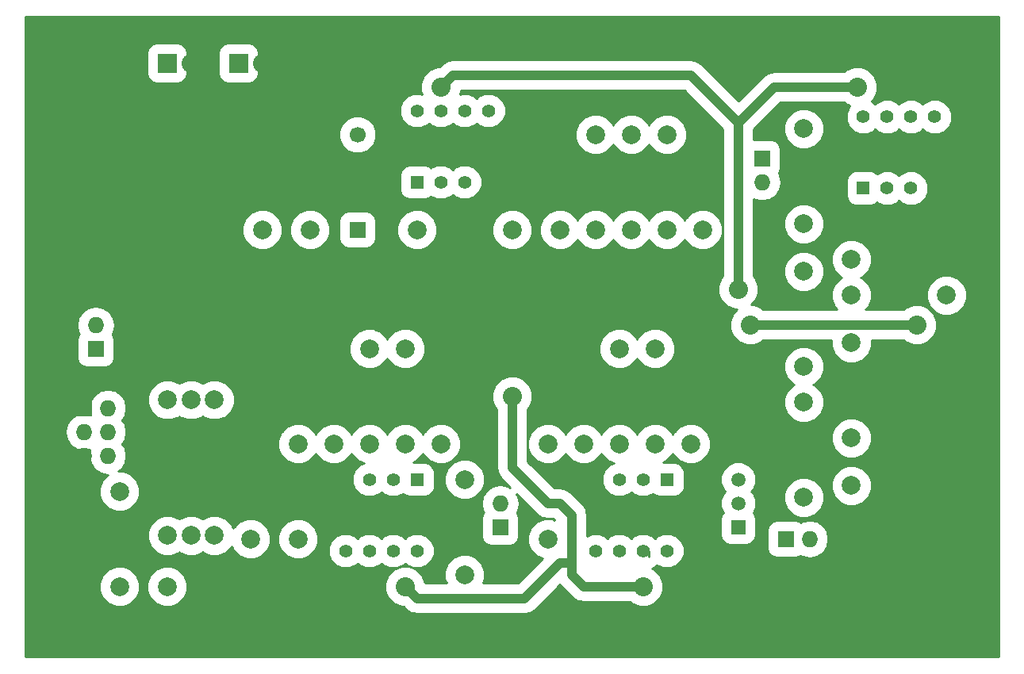
<source format=gtl>
G04 #@! TF.FileFunction,Copper,L1,Top,Signal*
%FSLAX46Y46*%
G04 Gerber Fmt 4.6, Leading zero omitted, Abs format (unit mm)*
G04 Created by KiCad (PCBNEW (2014-10-31 BZR 5247)-product) date Monday, February 23, 2015 'PMt' 12:30:36 PM*
%MOMM*%
G01*
G04 APERTURE LIST*
%ADD10C,0.100000*%
%ADD11C,1.998980*%
%ADD12R,1.727200X1.727200*%
%ADD13O,1.727200X1.727200*%
%ADD14R,1.397000X1.397000*%
%ADD15C,1.397000*%
%ADD16C,1.699260*%
%ADD17R,1.699260X1.699260*%
%ADD18R,2.032000X2.032000*%
%ADD19O,2.032000X2.032000*%
%ADD20C,1.510000*%
%ADD21R,1.510000X1.510000*%
%ADD22C,2.000000*%
%ADD23C,2.032000*%
%ADD24C,0.254000*%
%ADD25C,1.016000*%
G04 APERTURE END LIST*
D10*
D11*
X116840000Y-99060000D03*
X116840000Y-109220000D03*
X113030000Y-114300000D03*
X102870000Y-114300000D03*
X143510000Y-99060000D03*
X143510000Y-109220000D03*
X170815000Y-94615000D03*
X170815000Y-104775000D03*
X175895000Y-88265000D03*
X175895000Y-98425000D03*
X170815000Y-80645000D03*
X170815000Y-90805000D03*
X160020000Y-66040000D03*
X160020000Y-76200000D03*
X144780000Y-66040000D03*
X144780000Y-76200000D03*
D12*
X95250000Y-88900000D03*
D13*
X95250000Y-86360000D03*
D12*
X138430000Y-107950000D03*
D13*
X138430000Y-105410000D03*
D12*
X168910000Y-109220000D03*
D13*
X171450000Y-109220000D03*
D12*
X93980000Y-95250000D03*
D13*
X96520000Y-95250000D03*
X93980000Y-97790000D03*
X96520000Y-97790000D03*
X93980000Y-100330000D03*
X96520000Y-100330000D03*
D12*
X166370000Y-68580000D03*
D13*
X166370000Y-71120000D03*
D11*
X120650000Y-88900000D03*
X120650000Y-99060000D03*
X128270000Y-99060000D03*
X128270000Y-88900000D03*
X132080000Y-99060000D03*
X132080000Y-88900000D03*
X124460000Y-88900000D03*
X124460000Y-99060000D03*
X134620000Y-113030000D03*
X134620000Y-102870000D03*
X97790000Y-104140000D03*
X97790000Y-114300000D03*
X111760000Y-109220000D03*
X111760000Y-99060000D03*
X147320000Y-88900000D03*
X147320000Y-99060000D03*
X154940000Y-99060000D03*
X154940000Y-88900000D03*
X158750000Y-99060000D03*
X158750000Y-88900000D03*
X151130000Y-88900000D03*
X151130000Y-99060000D03*
X175895000Y-103505000D03*
X186055000Y-103505000D03*
X175895000Y-79375000D03*
X186055000Y-79375000D03*
X175895000Y-83185000D03*
X186055000Y-83185000D03*
X170815000Y-65405000D03*
X170815000Y-75565000D03*
X156210000Y-66040000D03*
X156210000Y-76200000D03*
X152400000Y-76200000D03*
X152400000Y-66040000D03*
D14*
X129540000Y-102870000D03*
D15*
X127000000Y-102870000D03*
X124460000Y-102870000D03*
X121920000Y-102870000D03*
X121920000Y-110490000D03*
X124460000Y-110490000D03*
X127000000Y-110490000D03*
X129540000Y-110490000D03*
D14*
X177165000Y-71755000D03*
D15*
X179705000Y-71755000D03*
X182245000Y-71755000D03*
X184785000Y-71755000D03*
X184785000Y-64135000D03*
X182245000Y-64135000D03*
X179705000Y-64135000D03*
X177165000Y-64135000D03*
D14*
X129540000Y-71120000D03*
D15*
X132080000Y-71120000D03*
X134620000Y-71120000D03*
X137160000Y-71120000D03*
X137160000Y-63500000D03*
X134620000Y-63500000D03*
X132080000Y-63500000D03*
X129540000Y-63500000D03*
D11*
X118110000Y-76200000D03*
X118110000Y-66040000D03*
X129540000Y-76200000D03*
X139700000Y-76200000D03*
D16*
X123190000Y-66040000D03*
D17*
X123190000Y-76200000D03*
D18*
X110490000Y-58420000D03*
D19*
X113030000Y-58420000D03*
D11*
X148590000Y-76200000D03*
X148590000Y-66040000D03*
X113030000Y-76200000D03*
X113030000Y-66040000D03*
D20*
X163830000Y-102870000D03*
D21*
X163830000Y-107950000D03*
D20*
X163830000Y-105410000D03*
D22*
X102910000Y-94350000D03*
X105410000Y-94350000D03*
X107910000Y-94350000D03*
X102910000Y-108850000D03*
X105410000Y-108850000D03*
X107910000Y-108850000D03*
D14*
X156210000Y-102870000D03*
D15*
X153670000Y-102870000D03*
X151130000Y-102870000D03*
X148590000Y-102870000D03*
X148590000Y-110490000D03*
X151130000Y-110490000D03*
X153670000Y-110490000D03*
X156210000Y-110490000D03*
D18*
X102870000Y-58420000D03*
D19*
X105410000Y-58420000D03*
D23*
X139700000Y-93980000D03*
X153670000Y-114300000D03*
X128270000Y-114300000D03*
X165100000Y-86360000D03*
X182880000Y-86360000D03*
X163830000Y-82550000D03*
X176530000Y-60960000D03*
X132080000Y-60960000D03*
D24*
X154305000Y-111125000D02*
X154305000Y-110490000D01*
D25*
X139700000Y-93980000D02*
X139700000Y-101600000D01*
X139700000Y-101600000D02*
X143510000Y-105410000D01*
X143510000Y-105410000D02*
X144780000Y-105410000D01*
X144780000Y-105410000D02*
X146050000Y-106680000D01*
X146050000Y-111760000D02*
X146050000Y-113030000D01*
X146050000Y-106680000D02*
X146050000Y-111760000D01*
X146050000Y-113030000D02*
X147320000Y-114300000D01*
X147320000Y-114300000D02*
X153670000Y-114300000D01*
X144780000Y-111760000D02*
X140970000Y-115570000D01*
X140970000Y-115570000D02*
X129540000Y-115570000D01*
X129540000Y-115570000D02*
X128270000Y-114300000D01*
X146050000Y-111760000D02*
X144780000Y-111760000D01*
X165100000Y-86360000D02*
X182880000Y-86360000D01*
X163830000Y-82550000D02*
X163830000Y-64770000D01*
X163830000Y-64770000D02*
X167640000Y-60960000D01*
X167640000Y-60960000D02*
X176530000Y-60960000D01*
X160020000Y-60960000D02*
X158750000Y-59690000D01*
X158750000Y-59690000D02*
X133350000Y-59690000D01*
X133350000Y-59690000D02*
X132080000Y-60960000D01*
X163830000Y-64770000D02*
X160020000Y-60960000D01*
D24*
G36*
X191643000Y-121793000D02*
X188197861Y-121793000D01*
X188197861Y-82760702D01*
X187872374Y-81972962D01*
X187270208Y-81369744D01*
X186626819Y-81102586D01*
X186626819Y-63770310D01*
X186347058Y-63093237D01*
X185829488Y-62574763D01*
X185152904Y-62293820D01*
X184420310Y-62293181D01*
X183743237Y-62572942D01*
X183515056Y-62800725D01*
X183289488Y-62574763D01*
X182612904Y-62293820D01*
X181880310Y-62293181D01*
X181203237Y-62572942D01*
X180975056Y-62800725D01*
X180749488Y-62574763D01*
X180072904Y-62293820D01*
X179340310Y-62293181D01*
X178663237Y-62572942D01*
X178435056Y-62800725D01*
X178209488Y-62574763D01*
X178039203Y-62504054D01*
X178359244Y-62184572D01*
X178688624Y-61391336D01*
X178689374Y-60532433D01*
X178361378Y-59738623D01*
X177754572Y-59130756D01*
X176961336Y-58801376D01*
X176102433Y-58800626D01*
X175308623Y-59128622D01*
X175127929Y-59309000D01*
X167640000Y-59309000D01*
X167008190Y-59434675D01*
X166472567Y-59792566D01*
X163830000Y-62435133D01*
X161187433Y-59792567D01*
X159917433Y-58522567D01*
X159381811Y-58164675D01*
X158750000Y-58039000D01*
X133350000Y-58039000D01*
X132823013Y-58143824D01*
X132718189Y-58164675D01*
X132182567Y-58522567D01*
X131904288Y-58800845D01*
X131652433Y-58800626D01*
X130858623Y-59128622D01*
X130250756Y-59735428D01*
X129921376Y-60528664D01*
X129920626Y-61387567D01*
X130058552Y-61721375D01*
X129907904Y-61658820D01*
X129175310Y-61658181D01*
X128498237Y-61937942D01*
X127979763Y-62455512D01*
X127698820Y-63132096D01*
X127698181Y-63864690D01*
X127977942Y-64541763D01*
X128495512Y-65060237D01*
X129172096Y-65341180D01*
X129904690Y-65341819D01*
X130581763Y-65062058D01*
X130809943Y-64834274D01*
X131035512Y-65060237D01*
X131712096Y-65341180D01*
X132444690Y-65341819D01*
X133121763Y-65062058D01*
X133349943Y-64834274D01*
X133575512Y-65060237D01*
X134252096Y-65341180D01*
X134984690Y-65341819D01*
X135661763Y-65062058D01*
X135889943Y-64834274D01*
X136115512Y-65060237D01*
X136792096Y-65341180D01*
X137524690Y-65341819D01*
X138201763Y-65062058D01*
X138720237Y-64544488D01*
X139001180Y-63867904D01*
X139001819Y-63135310D01*
X138722058Y-62458237D01*
X138204488Y-61939763D01*
X137527904Y-61658820D01*
X136795310Y-61658181D01*
X136118237Y-61937942D01*
X135890056Y-62165725D01*
X135664488Y-61939763D01*
X134987904Y-61658820D01*
X134255310Y-61658181D01*
X134101416Y-61721768D01*
X134238624Y-61391336D01*
X134238667Y-61341000D01*
X158066134Y-61341000D01*
X158852567Y-62127433D01*
X162179000Y-65453866D01*
X162179000Y-81147495D01*
X162162861Y-81163605D01*
X162162861Y-75775702D01*
X161837374Y-74987962D01*
X161235208Y-74384744D01*
X160448037Y-74057883D01*
X159595702Y-74057139D01*
X158807962Y-74382626D01*
X158352861Y-74836933D01*
X158352861Y-65615702D01*
X158027374Y-64827962D01*
X157425208Y-64224744D01*
X156638037Y-63897883D01*
X155785702Y-63897139D01*
X154997962Y-64222626D01*
X154394744Y-64824792D01*
X154305183Y-65040477D01*
X154217374Y-64827962D01*
X153615208Y-64224744D01*
X152828037Y-63897883D01*
X151975702Y-63897139D01*
X151187962Y-64222626D01*
X150584744Y-64824792D01*
X150495183Y-65040477D01*
X150407374Y-64827962D01*
X149805208Y-64224744D01*
X149018037Y-63897883D01*
X148165702Y-63897139D01*
X147377962Y-64222626D01*
X146774744Y-64824792D01*
X146447883Y-65611963D01*
X146447139Y-66464298D01*
X146772626Y-67252038D01*
X147374792Y-67855256D01*
X148161963Y-68182117D01*
X149014298Y-68182861D01*
X149802038Y-67857374D01*
X150405256Y-67255208D01*
X150494816Y-67039522D01*
X150582626Y-67252038D01*
X151184792Y-67855256D01*
X151971963Y-68182117D01*
X152824298Y-68182861D01*
X153612038Y-67857374D01*
X154215256Y-67255208D01*
X154304816Y-67039522D01*
X154392626Y-67252038D01*
X154994792Y-67855256D01*
X155781963Y-68182117D01*
X156634298Y-68182861D01*
X157422038Y-67857374D01*
X158025256Y-67255208D01*
X158352117Y-66468037D01*
X158352861Y-65615702D01*
X158352861Y-74836933D01*
X158204744Y-74984792D01*
X158115183Y-75200477D01*
X158027374Y-74987962D01*
X157425208Y-74384744D01*
X156638037Y-74057883D01*
X155785702Y-74057139D01*
X154997962Y-74382626D01*
X154394744Y-74984792D01*
X154305183Y-75200477D01*
X154217374Y-74987962D01*
X153615208Y-74384744D01*
X152828037Y-74057883D01*
X151975702Y-74057139D01*
X151187962Y-74382626D01*
X150584744Y-74984792D01*
X150495183Y-75200477D01*
X150407374Y-74987962D01*
X149805208Y-74384744D01*
X149018037Y-74057883D01*
X148165702Y-74057139D01*
X147377962Y-74382626D01*
X146774744Y-74984792D01*
X146685183Y-75200477D01*
X146597374Y-74987962D01*
X145995208Y-74384744D01*
X145208037Y-74057883D01*
X144355702Y-74057139D01*
X143567962Y-74382626D01*
X142964744Y-74984792D01*
X142637883Y-75771963D01*
X142637139Y-76624298D01*
X142962626Y-77412038D01*
X143564792Y-78015256D01*
X144351963Y-78342117D01*
X145204298Y-78342861D01*
X145992038Y-78017374D01*
X146595256Y-77415208D01*
X146684816Y-77199522D01*
X146772626Y-77412038D01*
X147374792Y-78015256D01*
X148161963Y-78342117D01*
X149014298Y-78342861D01*
X149802038Y-78017374D01*
X150405256Y-77415208D01*
X150494816Y-77199522D01*
X150582626Y-77412038D01*
X151184792Y-78015256D01*
X151971963Y-78342117D01*
X152824298Y-78342861D01*
X153612038Y-78017374D01*
X154215256Y-77415208D01*
X154304816Y-77199522D01*
X154392626Y-77412038D01*
X154994792Y-78015256D01*
X155781963Y-78342117D01*
X156634298Y-78342861D01*
X157422038Y-78017374D01*
X158025256Y-77415208D01*
X158114816Y-77199522D01*
X158202626Y-77412038D01*
X158804792Y-78015256D01*
X159591963Y-78342117D01*
X160444298Y-78342861D01*
X161232038Y-78017374D01*
X161835256Y-77415208D01*
X162162117Y-76628037D01*
X162162861Y-75775702D01*
X162162861Y-81163605D01*
X162000756Y-81325428D01*
X161671376Y-82118664D01*
X161670626Y-82977567D01*
X161998622Y-83771377D01*
X162605428Y-84379244D01*
X163398664Y-84708624D01*
X163698044Y-84708885D01*
X163270756Y-85135428D01*
X162941376Y-85928664D01*
X162940626Y-86787567D01*
X163268622Y-87581377D01*
X163875428Y-88189244D01*
X164668664Y-88518624D01*
X165527567Y-88519374D01*
X166321377Y-88191378D01*
X166502070Y-88011000D01*
X173752731Y-88011000D01*
X173752139Y-88689298D01*
X174077626Y-89477038D01*
X174679792Y-90080256D01*
X175466963Y-90407117D01*
X176319298Y-90407861D01*
X177107038Y-90082374D01*
X177710256Y-89480208D01*
X178037117Y-88693037D01*
X178037712Y-88011000D01*
X181477495Y-88011000D01*
X181655428Y-88189244D01*
X182448664Y-88518624D01*
X183307567Y-88519374D01*
X184101377Y-88191378D01*
X184709244Y-87584572D01*
X185038624Y-86791336D01*
X185039374Y-85932433D01*
X184711378Y-85138623D01*
X184104572Y-84530756D01*
X183311336Y-84201376D01*
X182452433Y-84200626D01*
X181658623Y-84528622D01*
X181477929Y-84709000D01*
X177400924Y-84709000D01*
X177710256Y-84400208D01*
X178037117Y-83613037D01*
X178037861Y-82760702D01*
X177712374Y-81972962D01*
X177110208Y-81369744D01*
X176894522Y-81280183D01*
X177107038Y-81192374D01*
X177710256Y-80590208D01*
X178037117Y-79803037D01*
X178037861Y-78950702D01*
X177712374Y-78162962D01*
X177110208Y-77559744D01*
X176323037Y-77232883D01*
X175470702Y-77232139D01*
X174682962Y-77557626D01*
X174079744Y-78159792D01*
X173752883Y-78946963D01*
X173752139Y-79799298D01*
X174077626Y-80587038D01*
X174679792Y-81190256D01*
X174895477Y-81279816D01*
X174682962Y-81367626D01*
X174079744Y-81969792D01*
X173752883Y-82756963D01*
X173752139Y-83609298D01*
X174077626Y-84397038D01*
X174389043Y-84709000D01*
X172957861Y-84709000D01*
X172957861Y-80220702D01*
X172957861Y-75140702D01*
X172957861Y-64980702D01*
X172632374Y-64192962D01*
X172030208Y-63589744D01*
X171243037Y-63262883D01*
X170390702Y-63262139D01*
X169602962Y-63587626D01*
X168999744Y-64189792D01*
X168672883Y-64976963D01*
X168672139Y-65829298D01*
X168997626Y-66617038D01*
X169599792Y-67220256D01*
X170386963Y-67547117D01*
X171239298Y-67547861D01*
X172027038Y-67222374D01*
X172630256Y-66620208D01*
X172957117Y-65833037D01*
X172957861Y-64980702D01*
X172957861Y-75140702D01*
X172632374Y-74352962D01*
X172030208Y-73749744D01*
X171243037Y-73422883D01*
X170390702Y-73422139D01*
X169602962Y-73747626D01*
X168999744Y-74349792D01*
X168672883Y-75136963D01*
X168672139Y-75989298D01*
X168997626Y-76777038D01*
X169599792Y-77380256D01*
X170386963Y-77707117D01*
X171239298Y-77707861D01*
X172027038Y-77382374D01*
X172630256Y-76780208D01*
X172957117Y-75993037D01*
X172957861Y-75140702D01*
X172957861Y-80220702D01*
X172632374Y-79432962D01*
X172030208Y-78829744D01*
X171243037Y-78502883D01*
X170390702Y-78502139D01*
X169602962Y-78827626D01*
X168999744Y-79429792D01*
X168672883Y-80216963D01*
X168672139Y-81069298D01*
X168997626Y-81857038D01*
X169599792Y-82460256D01*
X170386963Y-82787117D01*
X171239298Y-82787861D01*
X172027038Y-82462374D01*
X172630256Y-81860208D01*
X172957117Y-81073037D01*
X172957861Y-80220702D01*
X172957861Y-84709000D01*
X166502504Y-84709000D01*
X166324572Y-84530756D01*
X165531336Y-84201376D01*
X165231955Y-84201114D01*
X165659244Y-83774572D01*
X165988624Y-82981336D01*
X165989374Y-82122433D01*
X165661378Y-81328623D01*
X165481000Y-81147929D01*
X165481000Y-72919203D01*
X165562795Y-72973857D01*
X166330688Y-73126600D01*
X166409312Y-73126600D01*
X167177205Y-72973857D01*
X167828192Y-72538880D01*
X168263169Y-71887893D01*
X168415912Y-71120000D01*
X168263169Y-70352107D01*
X168134341Y-70159304D01*
X168202589Y-70091057D01*
X168376600Y-69670957D01*
X168376600Y-69216243D01*
X168376600Y-67489043D01*
X168202589Y-67068942D01*
X167881057Y-66747411D01*
X167460957Y-66573400D01*
X167006243Y-66573400D01*
X165481000Y-66573400D01*
X165481000Y-65453866D01*
X168323866Y-62611000D01*
X175127495Y-62611000D01*
X175305428Y-62789244D01*
X175729965Y-62965527D01*
X175604763Y-63090512D01*
X175323820Y-63767096D01*
X175323181Y-64499690D01*
X175602942Y-65176763D01*
X176120512Y-65695237D01*
X176797096Y-65976180D01*
X177529690Y-65976819D01*
X178206763Y-65697058D01*
X178434943Y-65469274D01*
X178660512Y-65695237D01*
X179337096Y-65976180D01*
X180069690Y-65976819D01*
X180746763Y-65697058D01*
X180974943Y-65469274D01*
X181200512Y-65695237D01*
X181877096Y-65976180D01*
X182609690Y-65976819D01*
X183286763Y-65697058D01*
X183514943Y-65469274D01*
X183740512Y-65695237D01*
X184417096Y-65976180D01*
X185149690Y-65976819D01*
X185826763Y-65697058D01*
X186345237Y-65179488D01*
X186626180Y-64502904D01*
X186626819Y-63770310D01*
X186626819Y-81102586D01*
X186483037Y-81042883D01*
X185630702Y-81042139D01*
X184842962Y-81367626D01*
X184239744Y-81969792D01*
X184086819Y-82338077D01*
X184086819Y-71390310D01*
X183807058Y-70713237D01*
X183289488Y-70194763D01*
X182612904Y-69913820D01*
X181880310Y-69913181D01*
X181203237Y-70192942D01*
X180975056Y-70420725D01*
X180749488Y-70194763D01*
X180072904Y-69913820D01*
X179340310Y-69913181D01*
X178663237Y-70192942D01*
X178639792Y-70216345D01*
X178510957Y-70087511D01*
X178090857Y-69913500D01*
X177636143Y-69913500D01*
X176239143Y-69913500D01*
X175819042Y-70087511D01*
X175497511Y-70409043D01*
X175323500Y-70829143D01*
X175323500Y-71283857D01*
X175323500Y-72680857D01*
X175497511Y-73100958D01*
X175819043Y-73422489D01*
X176239143Y-73596500D01*
X176693857Y-73596500D01*
X178090857Y-73596500D01*
X178510958Y-73422489D01*
X178639379Y-73294067D01*
X178660512Y-73315237D01*
X179337096Y-73596180D01*
X180069690Y-73596819D01*
X180746763Y-73317058D01*
X180974943Y-73089274D01*
X181200512Y-73315237D01*
X181877096Y-73596180D01*
X182609690Y-73596819D01*
X183286763Y-73317058D01*
X183805237Y-72799488D01*
X184086180Y-72122904D01*
X184086819Y-71390310D01*
X184086819Y-82338077D01*
X183912883Y-82756963D01*
X183912139Y-83609298D01*
X184237626Y-84397038D01*
X184839792Y-85000256D01*
X185626963Y-85327117D01*
X186479298Y-85327861D01*
X187267038Y-85002374D01*
X187870256Y-84400208D01*
X188197117Y-83613037D01*
X188197861Y-82760702D01*
X188197861Y-121793000D01*
X178037861Y-121793000D01*
X178037861Y-103080702D01*
X178037861Y-98000702D01*
X177712374Y-97212962D01*
X177110208Y-96609744D01*
X176323037Y-96282883D01*
X175470702Y-96282139D01*
X174682962Y-96607626D01*
X174079744Y-97209792D01*
X173752883Y-97996963D01*
X173752139Y-98849298D01*
X174077626Y-99637038D01*
X174679792Y-100240256D01*
X175466963Y-100567117D01*
X176319298Y-100567861D01*
X177107038Y-100242374D01*
X177710256Y-99640208D01*
X178037117Y-98853037D01*
X178037861Y-98000702D01*
X178037861Y-103080702D01*
X177712374Y-102292962D01*
X177110208Y-101689744D01*
X176323037Y-101362883D01*
X175470702Y-101362139D01*
X174682962Y-101687626D01*
X174079744Y-102289792D01*
X173752883Y-103076963D01*
X173752139Y-103929298D01*
X174077626Y-104717038D01*
X174679792Y-105320256D01*
X175466963Y-105647117D01*
X176319298Y-105647861D01*
X177107038Y-105322374D01*
X177710256Y-104720208D01*
X178037117Y-103933037D01*
X178037861Y-103080702D01*
X178037861Y-121793000D01*
X173456600Y-121793000D01*
X173456600Y-109259312D01*
X173456600Y-109180688D01*
X173303857Y-108412795D01*
X172957861Y-107894977D01*
X172957861Y-104350702D01*
X172957861Y-94190702D01*
X172632374Y-93402962D01*
X172030208Y-92799744D01*
X171814522Y-92710183D01*
X172027038Y-92622374D01*
X172630256Y-92020208D01*
X172957117Y-91233037D01*
X172957861Y-90380702D01*
X172632374Y-89592962D01*
X172030208Y-88989744D01*
X171243037Y-88662883D01*
X170390702Y-88662139D01*
X169602962Y-88987626D01*
X168999744Y-89589792D01*
X168672883Y-90376963D01*
X168672139Y-91229298D01*
X168997626Y-92017038D01*
X169599792Y-92620256D01*
X169815477Y-92709816D01*
X169602962Y-92797626D01*
X168999744Y-93399792D01*
X168672883Y-94186963D01*
X168672139Y-95039298D01*
X168997626Y-95827038D01*
X169599792Y-96430256D01*
X170386963Y-96757117D01*
X171239298Y-96757861D01*
X172027038Y-96432374D01*
X172630256Y-95830208D01*
X172957117Y-95043037D01*
X172957861Y-94190702D01*
X172957861Y-104350702D01*
X172632374Y-103562962D01*
X172030208Y-102959744D01*
X171243037Y-102632883D01*
X170390702Y-102632139D01*
X169602962Y-102957626D01*
X168999744Y-103559792D01*
X168672883Y-104346963D01*
X168672139Y-105199298D01*
X168997626Y-105987038D01*
X169599792Y-106590256D01*
X170386963Y-106917117D01*
X171239298Y-106917861D01*
X172027038Y-106592374D01*
X172630256Y-105990208D01*
X172957117Y-105203037D01*
X172957861Y-104350702D01*
X172957861Y-107894977D01*
X172868880Y-107761808D01*
X172217893Y-107326831D01*
X171450000Y-107174088D01*
X170682107Y-107326831D01*
X170489304Y-107455658D01*
X170421057Y-107387411D01*
X170000957Y-107213400D01*
X169546243Y-107213400D01*
X167819043Y-107213400D01*
X167398942Y-107387411D01*
X167077411Y-107708943D01*
X166903400Y-108129043D01*
X166903400Y-108583757D01*
X166903400Y-110310957D01*
X167077411Y-110731058D01*
X167398943Y-111052589D01*
X167819043Y-111226600D01*
X168273757Y-111226600D01*
X170000957Y-111226600D01*
X170421058Y-111052589D01*
X170489304Y-110984342D01*
X170682107Y-111113169D01*
X171450000Y-111265912D01*
X172217893Y-111113169D01*
X172868880Y-110678192D01*
X173303857Y-110027205D01*
X173456600Y-109259312D01*
X173456600Y-121793000D01*
X165728329Y-121793000D01*
X165728329Y-105034121D01*
X165439984Y-104336274D01*
X165244177Y-104140125D01*
X165438108Y-103946534D01*
X165727670Y-103249192D01*
X165728329Y-102494121D01*
X165439984Y-101796274D01*
X164906534Y-101261892D01*
X164209192Y-100972330D01*
X163454121Y-100971671D01*
X162756274Y-101260016D01*
X162221892Y-101793466D01*
X161932330Y-102490808D01*
X161931671Y-103245879D01*
X162220016Y-103943726D01*
X162415822Y-104139874D01*
X162221892Y-104333466D01*
X161932330Y-105030808D01*
X161931671Y-105785879D01*
X162205341Y-106448211D01*
X162106011Y-106547543D01*
X161932000Y-106967643D01*
X161932000Y-107422357D01*
X161932000Y-108932357D01*
X162106011Y-109352458D01*
X162427543Y-109673989D01*
X162847643Y-109848000D01*
X163302357Y-109848000D01*
X164812357Y-109848000D01*
X165232458Y-109673989D01*
X165553989Y-109352457D01*
X165728000Y-108932357D01*
X165728000Y-108477643D01*
X165728000Y-106967643D01*
X165553989Y-106547542D01*
X165454207Y-106447761D01*
X165727670Y-105789192D01*
X165728329Y-105034121D01*
X165728329Y-121793000D01*
X160892861Y-121793000D01*
X160892861Y-98635702D01*
X160567374Y-97847962D01*
X159965208Y-97244744D01*
X159178037Y-96917883D01*
X158325702Y-96917139D01*
X157537962Y-97242626D01*
X157082861Y-97696933D01*
X157082861Y-88475702D01*
X156757374Y-87687962D01*
X156155208Y-87084744D01*
X155368037Y-86757883D01*
X154515702Y-86757139D01*
X153727962Y-87082626D01*
X153124744Y-87684792D01*
X153035183Y-87900477D01*
X152947374Y-87687962D01*
X152345208Y-87084744D01*
X151558037Y-86757883D01*
X150705702Y-86757139D01*
X149917962Y-87082626D01*
X149314744Y-87684792D01*
X148987883Y-88471963D01*
X148987139Y-89324298D01*
X149312626Y-90112038D01*
X149914792Y-90715256D01*
X150701963Y-91042117D01*
X151554298Y-91042861D01*
X152342038Y-90717374D01*
X152945256Y-90115208D01*
X153034816Y-89899522D01*
X153122626Y-90112038D01*
X153724792Y-90715256D01*
X154511963Y-91042117D01*
X155364298Y-91042861D01*
X156152038Y-90717374D01*
X156755256Y-90115208D01*
X157082117Y-89328037D01*
X157082861Y-88475702D01*
X157082861Y-97696933D01*
X156934744Y-97844792D01*
X156845183Y-98060477D01*
X156757374Y-97847962D01*
X156155208Y-97244744D01*
X155368037Y-96917883D01*
X154515702Y-96917139D01*
X153727962Y-97242626D01*
X153124744Y-97844792D01*
X153035183Y-98060477D01*
X152947374Y-97847962D01*
X152345208Y-97244744D01*
X151558037Y-96917883D01*
X150705702Y-96917139D01*
X149917962Y-97242626D01*
X149314744Y-97844792D01*
X149225183Y-98060477D01*
X149137374Y-97847962D01*
X148535208Y-97244744D01*
X147748037Y-96917883D01*
X146895702Y-96917139D01*
X146107962Y-97242626D01*
X145504744Y-97844792D01*
X145415183Y-98060477D01*
X145327374Y-97847962D01*
X144725208Y-97244744D01*
X143938037Y-96917883D01*
X143085702Y-96917139D01*
X142297962Y-97242626D01*
X141694744Y-97844792D01*
X141367883Y-98631963D01*
X141367139Y-99484298D01*
X141692626Y-100272038D01*
X142294792Y-100875256D01*
X143081963Y-101202117D01*
X143934298Y-101202861D01*
X144722038Y-100877374D01*
X145325256Y-100275208D01*
X145414816Y-100059522D01*
X145502626Y-100272038D01*
X146104792Y-100875256D01*
X146891963Y-101202117D01*
X147744298Y-101202861D01*
X148532038Y-100877374D01*
X149135256Y-100275208D01*
X149224816Y-100059522D01*
X149312626Y-100272038D01*
X149914792Y-100875256D01*
X150523598Y-101128054D01*
X150088237Y-101307942D01*
X149569763Y-101825512D01*
X149288820Y-102502096D01*
X149288181Y-103234690D01*
X149567942Y-103911763D01*
X150085512Y-104430237D01*
X150762096Y-104711180D01*
X151494690Y-104711819D01*
X152171763Y-104432058D01*
X152399943Y-104204274D01*
X152625512Y-104430237D01*
X153302096Y-104711180D01*
X154034690Y-104711819D01*
X154711763Y-104432058D01*
X154735207Y-104408654D01*
X154864043Y-104537489D01*
X155284143Y-104711500D01*
X155738857Y-104711500D01*
X157135857Y-104711500D01*
X157555958Y-104537489D01*
X157877489Y-104215957D01*
X158051500Y-103795857D01*
X158051500Y-103341143D01*
X158051500Y-101944143D01*
X157877489Y-101524042D01*
X157555957Y-101202511D01*
X157135857Y-101028500D01*
X156681143Y-101028500D01*
X155786284Y-101028500D01*
X156152038Y-100877374D01*
X156755256Y-100275208D01*
X156844816Y-100059522D01*
X156932626Y-100272038D01*
X157534792Y-100875256D01*
X158321963Y-101202117D01*
X159174298Y-101202861D01*
X159962038Y-100877374D01*
X160565256Y-100275208D01*
X160892117Y-99488037D01*
X160892861Y-98635702D01*
X160892861Y-121793000D01*
X158051819Y-121793000D01*
X158051819Y-110125310D01*
X157772058Y-109448237D01*
X157254488Y-108929763D01*
X156577904Y-108648820D01*
X155845310Y-108648181D01*
X155168237Y-108927942D01*
X154940056Y-109155725D01*
X154714488Y-108929763D01*
X154037904Y-108648820D01*
X153305310Y-108648181D01*
X152628237Y-108927942D01*
X152400056Y-109155725D01*
X152174488Y-108929763D01*
X151497904Y-108648820D01*
X150765310Y-108648181D01*
X150088237Y-108927942D01*
X149860056Y-109155725D01*
X149634488Y-108929763D01*
X148957904Y-108648820D01*
X148225310Y-108648181D01*
X147701000Y-108864821D01*
X147701000Y-106680000D01*
X147596175Y-106153013D01*
X147575325Y-106048190D01*
X147575325Y-106048189D01*
X147217433Y-105512567D01*
X145947433Y-104242567D01*
X145411811Y-103884675D01*
X144780000Y-103759000D01*
X144193866Y-103759000D01*
X141351000Y-100916133D01*
X141351000Y-95382504D01*
X141529244Y-95204572D01*
X141858624Y-94411336D01*
X141859374Y-93552433D01*
X141842861Y-93512468D01*
X141842861Y-75775702D01*
X141517374Y-74987962D01*
X140915208Y-74384744D01*
X140128037Y-74057883D01*
X139275702Y-74057139D01*
X138487962Y-74382626D01*
X137884744Y-74984792D01*
X137557883Y-75771963D01*
X137557139Y-76624298D01*
X137882626Y-77412038D01*
X138484792Y-78015256D01*
X139271963Y-78342117D01*
X140124298Y-78342861D01*
X140912038Y-78017374D01*
X141515256Y-77415208D01*
X141842117Y-76628037D01*
X141842861Y-75775702D01*
X141842861Y-93512468D01*
X141531378Y-92758623D01*
X140924572Y-92150756D01*
X140131336Y-91821376D01*
X139272433Y-91820626D01*
X138478623Y-92148622D01*
X137870756Y-92755428D01*
X137541376Y-93548664D01*
X137540626Y-94407567D01*
X137868622Y-95201377D01*
X138049000Y-95382070D01*
X138049000Y-101600000D01*
X138174675Y-102231811D01*
X138532567Y-102767433D01*
X139490571Y-103725437D01*
X139237205Y-103556143D01*
X138469312Y-103403400D01*
X138390688Y-103403400D01*
X137622795Y-103556143D01*
X136971808Y-103991120D01*
X136762861Y-104303830D01*
X136762861Y-102445702D01*
X136461819Y-101717123D01*
X136461819Y-70755310D01*
X136182058Y-70078237D01*
X135664488Y-69559763D01*
X134987904Y-69278820D01*
X134255310Y-69278181D01*
X133578237Y-69557942D01*
X133350056Y-69785725D01*
X133124488Y-69559763D01*
X132447904Y-69278820D01*
X131715310Y-69278181D01*
X131038237Y-69557942D01*
X131014792Y-69581345D01*
X130885957Y-69452511D01*
X130465857Y-69278500D01*
X130011143Y-69278500D01*
X128614143Y-69278500D01*
X128194042Y-69452511D01*
X127872511Y-69774043D01*
X127698500Y-70194143D01*
X127698500Y-70648857D01*
X127698500Y-72045857D01*
X127872511Y-72465958D01*
X128194043Y-72787489D01*
X128614143Y-72961500D01*
X129068857Y-72961500D01*
X130465857Y-72961500D01*
X130885958Y-72787489D01*
X131014379Y-72659067D01*
X131035512Y-72680237D01*
X131712096Y-72961180D01*
X132444690Y-72961819D01*
X133121763Y-72682058D01*
X133349943Y-72454274D01*
X133575512Y-72680237D01*
X134252096Y-72961180D01*
X134984690Y-72961819D01*
X135661763Y-72682058D01*
X136180237Y-72164488D01*
X136461180Y-71487904D01*
X136461819Y-70755310D01*
X136461819Y-101717123D01*
X136437374Y-101657962D01*
X135835208Y-101054744D01*
X135048037Y-100727883D01*
X134222861Y-100727162D01*
X134222861Y-98635702D01*
X133897374Y-97847962D01*
X133295208Y-97244744D01*
X132508037Y-96917883D01*
X131682861Y-96917162D01*
X131682861Y-75775702D01*
X131357374Y-74987962D01*
X130755208Y-74384744D01*
X129968037Y-74057883D01*
X129115702Y-74057139D01*
X128327962Y-74382626D01*
X127724744Y-74984792D01*
X127397883Y-75771963D01*
X127397139Y-76624298D01*
X127722626Y-77412038D01*
X128324792Y-78015256D01*
X129111963Y-78342117D01*
X129964298Y-78342861D01*
X130752038Y-78017374D01*
X131355256Y-77415208D01*
X131682117Y-76628037D01*
X131682861Y-75775702D01*
X131682861Y-96917162D01*
X131655702Y-96917139D01*
X130867962Y-97242626D01*
X130412861Y-97696933D01*
X130412861Y-88475702D01*
X130087374Y-87687962D01*
X129485208Y-87084744D01*
X128698037Y-86757883D01*
X127845702Y-86757139D01*
X127057962Y-87082626D01*
X126454744Y-87684792D01*
X126365183Y-87900477D01*
X126277374Y-87687962D01*
X125675208Y-87084744D01*
X125182975Y-86880351D01*
X125182975Y-65645380D01*
X124880255Y-64912740D01*
X124320208Y-64351715D01*
X123588098Y-64047717D01*
X122795380Y-64047025D01*
X122062740Y-64349745D01*
X121501715Y-64909792D01*
X121197717Y-65641902D01*
X121197025Y-66434620D01*
X121499745Y-67167260D01*
X122059792Y-67728285D01*
X122791902Y-68032283D01*
X123584620Y-68032975D01*
X124317260Y-67730255D01*
X124878285Y-67170208D01*
X125182283Y-66438098D01*
X125182975Y-65645380D01*
X125182975Y-86880351D01*
X125182630Y-86880208D01*
X125182630Y-77276987D01*
X125182630Y-76822273D01*
X125182630Y-75123013D01*
X125008619Y-74702912D01*
X124687087Y-74381381D01*
X124266987Y-74207370D01*
X123812273Y-74207370D01*
X122113013Y-74207370D01*
X121692912Y-74381381D01*
X121371381Y-74702913D01*
X121197370Y-75123013D01*
X121197370Y-75577727D01*
X121197370Y-77276987D01*
X121371381Y-77697088D01*
X121692913Y-78018619D01*
X122113013Y-78192630D01*
X122567727Y-78192630D01*
X124266987Y-78192630D01*
X124687088Y-78018619D01*
X125008619Y-77697087D01*
X125182630Y-77276987D01*
X125182630Y-86880208D01*
X124888037Y-86757883D01*
X124035702Y-86757139D01*
X123247962Y-87082626D01*
X122644744Y-87684792D01*
X122317883Y-88471963D01*
X122317139Y-89324298D01*
X122642626Y-90112038D01*
X123244792Y-90715256D01*
X124031963Y-91042117D01*
X124884298Y-91042861D01*
X125672038Y-90717374D01*
X126275256Y-90115208D01*
X126364816Y-89899522D01*
X126452626Y-90112038D01*
X127054792Y-90715256D01*
X127841963Y-91042117D01*
X128694298Y-91042861D01*
X129482038Y-90717374D01*
X130085256Y-90115208D01*
X130412117Y-89328037D01*
X130412861Y-88475702D01*
X130412861Y-97696933D01*
X130264744Y-97844792D01*
X130175183Y-98060477D01*
X130087374Y-97847962D01*
X129485208Y-97244744D01*
X128698037Y-96917883D01*
X127845702Y-96917139D01*
X127057962Y-97242626D01*
X126454744Y-97844792D01*
X126365183Y-98060477D01*
X126277374Y-97847962D01*
X125675208Y-97244744D01*
X124888037Y-96917883D01*
X124035702Y-96917139D01*
X123247962Y-97242626D01*
X122644744Y-97844792D01*
X122555183Y-98060477D01*
X122467374Y-97847962D01*
X121865208Y-97244744D01*
X121078037Y-96917883D01*
X120252861Y-96917162D01*
X120252861Y-75775702D01*
X119927374Y-74987962D01*
X119325208Y-74384744D01*
X118538037Y-74057883D01*
X117685702Y-74057139D01*
X116897962Y-74382626D01*
X116294744Y-74984792D01*
X115967883Y-75771963D01*
X115967139Y-76624298D01*
X116292626Y-77412038D01*
X116894792Y-78015256D01*
X117681963Y-78342117D01*
X118534298Y-78342861D01*
X119322038Y-78017374D01*
X119925256Y-77415208D01*
X120252117Y-76628037D01*
X120252861Y-75775702D01*
X120252861Y-96917162D01*
X120225702Y-96917139D01*
X119437962Y-97242626D01*
X118834744Y-97844792D01*
X118745183Y-98060477D01*
X118657374Y-97847962D01*
X118055208Y-97244744D01*
X117268037Y-96917883D01*
X116415702Y-96917139D01*
X115627962Y-97242626D01*
X115172861Y-97696933D01*
X115172861Y-75775702D01*
X114847374Y-74987962D01*
X114245208Y-74384744D01*
X113458037Y-74057883D01*
X112649000Y-74057176D01*
X112649000Y-59663357D01*
X112649000Y-59208643D01*
X112649000Y-57176643D01*
X112474989Y-56756542D01*
X112153457Y-56435011D01*
X111733357Y-56261000D01*
X111278643Y-56261000D01*
X109246643Y-56261000D01*
X108826542Y-56435011D01*
X108505011Y-56756543D01*
X108331000Y-57176643D01*
X108331000Y-57631357D01*
X108331000Y-59663357D01*
X108505011Y-60083458D01*
X108826543Y-60404989D01*
X109246643Y-60579000D01*
X109701357Y-60579000D01*
X111733357Y-60579000D01*
X112153458Y-60404989D01*
X112474989Y-60083457D01*
X112649000Y-59663357D01*
X112649000Y-74057176D01*
X112605702Y-74057139D01*
X111817962Y-74382626D01*
X111214744Y-74984792D01*
X110887883Y-75771963D01*
X110887139Y-76624298D01*
X111212626Y-77412038D01*
X111814792Y-78015256D01*
X112601963Y-78342117D01*
X113454298Y-78342861D01*
X114242038Y-78017374D01*
X114845256Y-77415208D01*
X115172117Y-76628037D01*
X115172861Y-75775702D01*
X115172861Y-97696933D01*
X115024744Y-97844792D01*
X114697883Y-98631963D01*
X114697139Y-99484298D01*
X115022626Y-100272038D01*
X115624792Y-100875256D01*
X116411963Y-101202117D01*
X117264298Y-101202861D01*
X118052038Y-100877374D01*
X118655256Y-100275208D01*
X118744816Y-100059522D01*
X118832626Y-100272038D01*
X119434792Y-100875256D01*
X120221963Y-101202117D01*
X121074298Y-101202861D01*
X121862038Y-100877374D01*
X122465256Y-100275208D01*
X122554816Y-100059522D01*
X122642626Y-100272038D01*
X123244792Y-100875256D01*
X123853598Y-101128054D01*
X123418237Y-101307942D01*
X122899763Y-101825512D01*
X122618820Y-102502096D01*
X122618181Y-103234690D01*
X122897942Y-103911763D01*
X123415512Y-104430237D01*
X124092096Y-104711180D01*
X124824690Y-104711819D01*
X125501763Y-104432058D01*
X125729943Y-104204274D01*
X125955512Y-104430237D01*
X126632096Y-104711180D01*
X127364690Y-104711819D01*
X128041763Y-104432058D01*
X128065207Y-104408654D01*
X128194043Y-104537489D01*
X128614143Y-104711500D01*
X129068857Y-104711500D01*
X130465857Y-104711500D01*
X130885958Y-104537489D01*
X131207489Y-104215957D01*
X131381500Y-103795857D01*
X131381500Y-103341143D01*
X131381500Y-101944143D01*
X131207489Y-101524042D01*
X130885957Y-101202511D01*
X130465857Y-101028500D01*
X130011143Y-101028500D01*
X129116284Y-101028500D01*
X129482038Y-100877374D01*
X130085256Y-100275208D01*
X130174816Y-100059522D01*
X130262626Y-100272038D01*
X130864792Y-100875256D01*
X131651963Y-101202117D01*
X132504298Y-101202861D01*
X133292038Y-100877374D01*
X133895256Y-100275208D01*
X134222117Y-99488037D01*
X134222861Y-98635702D01*
X134222861Y-100727162D01*
X134195702Y-100727139D01*
X133407962Y-101052626D01*
X132804744Y-101654792D01*
X132477883Y-102441963D01*
X132477139Y-103294298D01*
X132802626Y-104082038D01*
X133404792Y-104685256D01*
X134191963Y-105012117D01*
X135044298Y-105012861D01*
X135832038Y-104687374D01*
X136435256Y-104085208D01*
X136762117Y-103298037D01*
X136762861Y-102445702D01*
X136762861Y-104303830D01*
X136536831Y-104642107D01*
X136384088Y-105410000D01*
X136536831Y-106177893D01*
X136665658Y-106370695D01*
X136597411Y-106438943D01*
X136423400Y-106859043D01*
X136423400Y-107313757D01*
X136423400Y-109040957D01*
X136597411Y-109461058D01*
X136918943Y-109782589D01*
X137339043Y-109956600D01*
X137793757Y-109956600D01*
X139520957Y-109956600D01*
X139941058Y-109782589D01*
X140262589Y-109461057D01*
X140436600Y-109040957D01*
X140436600Y-108586243D01*
X140436600Y-106859043D01*
X140262589Y-106438942D01*
X140194342Y-106370695D01*
X140323169Y-106177893D01*
X140475912Y-105410000D01*
X140323169Y-104642107D01*
X140153874Y-104388741D01*
X142342567Y-106577434D01*
X142878190Y-106935325D01*
X143510000Y-107061000D01*
X144096134Y-107061000D01*
X144237268Y-107202134D01*
X143938037Y-107077883D01*
X143085702Y-107077139D01*
X142297962Y-107402626D01*
X141694744Y-108004792D01*
X141367883Y-108791963D01*
X141367139Y-109644298D01*
X141692626Y-110432038D01*
X142294792Y-111035256D01*
X142913124Y-111292009D01*
X140286133Y-113919000D01*
X136570708Y-113919000D01*
X136762117Y-113458037D01*
X136762861Y-112605702D01*
X136437374Y-111817962D01*
X135835208Y-111214744D01*
X135048037Y-110887883D01*
X134195702Y-110887139D01*
X133407962Y-111212626D01*
X132804744Y-111814792D01*
X132477883Y-112601963D01*
X132477139Y-113454298D01*
X132669149Y-113919000D01*
X131381819Y-113919000D01*
X131381819Y-110125310D01*
X131102058Y-109448237D01*
X130584488Y-108929763D01*
X129907904Y-108648820D01*
X129175310Y-108648181D01*
X128498237Y-108927942D01*
X128270056Y-109155725D01*
X128044488Y-108929763D01*
X127367904Y-108648820D01*
X126635310Y-108648181D01*
X125958237Y-108927942D01*
X125730056Y-109155725D01*
X125504488Y-108929763D01*
X124827904Y-108648820D01*
X124095310Y-108648181D01*
X123418237Y-108927942D01*
X123190056Y-109155725D01*
X122964488Y-108929763D01*
X122287904Y-108648820D01*
X121555310Y-108648181D01*
X120878237Y-108927942D01*
X120359763Y-109445512D01*
X120078820Y-110122096D01*
X120078181Y-110854690D01*
X120357942Y-111531763D01*
X120875512Y-112050237D01*
X121552096Y-112331180D01*
X122284690Y-112331819D01*
X122961763Y-112052058D01*
X123189943Y-111824274D01*
X123415512Y-112050237D01*
X124092096Y-112331180D01*
X124824690Y-112331819D01*
X125501763Y-112052058D01*
X125729943Y-111824274D01*
X125955512Y-112050237D01*
X126632096Y-112331180D01*
X127364690Y-112331819D01*
X128041763Y-112052058D01*
X128269943Y-111824274D01*
X128495512Y-112050237D01*
X129172096Y-112331180D01*
X129904690Y-112331819D01*
X130581763Y-112052058D01*
X131100237Y-111534488D01*
X131381180Y-110857904D01*
X131381819Y-110125310D01*
X131381819Y-113919000D01*
X130429333Y-113919000D01*
X130429374Y-113872433D01*
X130101378Y-113078623D01*
X129494572Y-112470756D01*
X128701336Y-112141376D01*
X127842433Y-112140626D01*
X127048623Y-112468622D01*
X126440756Y-113075428D01*
X126111376Y-113868664D01*
X126110626Y-114727567D01*
X126438622Y-115521377D01*
X127045428Y-116129244D01*
X127838664Y-116458624D01*
X128093980Y-116458846D01*
X128372567Y-116737433D01*
X128908189Y-117095325D01*
X128908190Y-117095325D01*
X129013013Y-117116175D01*
X129540000Y-117221000D01*
X140970000Y-117221000D01*
X141601810Y-117095325D01*
X141601811Y-117095325D01*
X142137433Y-116737433D01*
X144800402Y-114074464D01*
X144882567Y-114197433D01*
X146152567Y-115467433D01*
X146688189Y-115825325D01*
X146688190Y-115825325D01*
X146793013Y-115846175D01*
X147320000Y-115951000D01*
X152267495Y-115951000D01*
X152445428Y-116129244D01*
X153238664Y-116458624D01*
X154097567Y-116459374D01*
X154891377Y-116131378D01*
X155499244Y-115524572D01*
X155828624Y-114731336D01*
X155829374Y-113872433D01*
X155501378Y-113078623D01*
X154894572Y-112470756D01*
X154580268Y-112340245D01*
X154791008Y-112298327D01*
X155164227Y-112048950D01*
X155165512Y-112050237D01*
X155842096Y-112331180D01*
X156574690Y-112331819D01*
X157251763Y-112052058D01*
X157770237Y-111534488D01*
X158051180Y-110857904D01*
X158051819Y-110125310D01*
X158051819Y-121793000D01*
X118982861Y-121793000D01*
X118982861Y-108795702D01*
X118657374Y-108007962D01*
X118055208Y-107404744D01*
X117268037Y-107077883D01*
X116415702Y-107077139D01*
X115627962Y-107402626D01*
X115024744Y-108004792D01*
X114697883Y-108791963D01*
X114697139Y-109644298D01*
X115022626Y-110432038D01*
X115624792Y-111035256D01*
X116411963Y-111362117D01*
X117264298Y-111362861D01*
X118052038Y-111037374D01*
X118655256Y-110435208D01*
X118982117Y-109648037D01*
X118982861Y-108795702D01*
X118982861Y-121793000D01*
X113902861Y-121793000D01*
X113902861Y-108795702D01*
X113577374Y-108007962D01*
X112975208Y-107404744D01*
X112188037Y-107077883D01*
X111335702Y-107077139D01*
X110547962Y-107402626D01*
X110053371Y-107896354D01*
X110053371Y-93925601D01*
X109727806Y-93137674D01*
X109125497Y-92534312D01*
X108338139Y-92207373D01*
X107485601Y-92206629D01*
X106697674Y-92532194D01*
X106660463Y-92569339D01*
X106625497Y-92534312D01*
X105838139Y-92207373D01*
X105029000Y-92206666D01*
X105029000Y-59663357D01*
X105029000Y-59208643D01*
X105029000Y-57176643D01*
X104854989Y-56756542D01*
X104533457Y-56435011D01*
X104113357Y-56261000D01*
X103658643Y-56261000D01*
X101626643Y-56261000D01*
X101206542Y-56435011D01*
X100885011Y-56756543D01*
X100711000Y-57176643D01*
X100711000Y-57631357D01*
X100711000Y-59663357D01*
X100885011Y-60083458D01*
X101206543Y-60404989D01*
X101626643Y-60579000D01*
X102081357Y-60579000D01*
X104113357Y-60579000D01*
X104533458Y-60404989D01*
X104854989Y-60083457D01*
X105029000Y-59663357D01*
X105029000Y-92206666D01*
X104985601Y-92206629D01*
X104197674Y-92532194D01*
X104160463Y-92569339D01*
X104125497Y-92534312D01*
X103338139Y-92207373D01*
X102485601Y-92206629D01*
X101697674Y-92532194D01*
X101094312Y-93134503D01*
X100767373Y-93921861D01*
X100766629Y-94774399D01*
X101092194Y-95562326D01*
X101694503Y-96165688D01*
X102481861Y-96492627D01*
X103334399Y-96493371D01*
X104122326Y-96167806D01*
X104159536Y-96130660D01*
X104194503Y-96165688D01*
X104981861Y-96492627D01*
X105834399Y-96493371D01*
X106622326Y-96167806D01*
X106659536Y-96130660D01*
X106694503Y-96165688D01*
X107481861Y-96492627D01*
X108334399Y-96493371D01*
X109122326Y-96167806D01*
X109725688Y-95565497D01*
X110052627Y-94778139D01*
X110053371Y-93925601D01*
X110053371Y-107896354D01*
X109944744Y-108004792D01*
X109912039Y-108083553D01*
X109727806Y-107637674D01*
X109125497Y-107034312D01*
X108338139Y-106707373D01*
X107485601Y-106706629D01*
X106697674Y-107032194D01*
X106660463Y-107069339D01*
X106625497Y-107034312D01*
X105838139Y-106707373D01*
X104985601Y-106706629D01*
X104197674Y-107032194D01*
X104160463Y-107069339D01*
X104125497Y-107034312D01*
X103338139Y-106707373D01*
X102485601Y-106706629D01*
X101697674Y-107032194D01*
X101094312Y-107634503D01*
X100767373Y-108421861D01*
X100766629Y-109274399D01*
X101092194Y-110062326D01*
X101694503Y-110665688D01*
X102481861Y-110992627D01*
X103334399Y-110993371D01*
X104122326Y-110667806D01*
X104159536Y-110630660D01*
X104194503Y-110665688D01*
X104981861Y-110992627D01*
X105834399Y-110993371D01*
X106622326Y-110667806D01*
X106659536Y-110630660D01*
X106694503Y-110665688D01*
X107481861Y-110992627D01*
X108334399Y-110993371D01*
X109122326Y-110667806D01*
X109725688Y-110065497D01*
X109758512Y-109986447D01*
X109942626Y-110432038D01*
X110544792Y-111035256D01*
X111331963Y-111362117D01*
X112184298Y-111362861D01*
X112972038Y-111037374D01*
X113575256Y-110435208D01*
X113902117Y-109648037D01*
X113902861Y-108795702D01*
X113902861Y-121793000D01*
X105012861Y-121793000D01*
X105012861Y-113875702D01*
X104687374Y-113087962D01*
X104085208Y-112484744D01*
X103298037Y-112157883D01*
X102445702Y-112157139D01*
X101657962Y-112482626D01*
X101054744Y-113084792D01*
X100727883Y-113871963D01*
X100727139Y-114724298D01*
X101052626Y-115512038D01*
X101654792Y-116115256D01*
X102441963Y-116442117D01*
X103294298Y-116442861D01*
X104082038Y-116117374D01*
X104685256Y-115515208D01*
X105012117Y-114728037D01*
X105012861Y-113875702D01*
X105012861Y-121793000D01*
X99932861Y-121793000D01*
X99932861Y-113875702D01*
X99932861Y-103715702D01*
X99607374Y-102927962D01*
X99005208Y-102324744D01*
X98218037Y-101997883D01*
X97625829Y-101997366D01*
X97938880Y-101788192D01*
X98373857Y-101137205D01*
X98526600Y-100369312D01*
X98526600Y-100290688D01*
X98373857Y-99522795D01*
X98064626Y-99060000D01*
X98373857Y-98597205D01*
X98526600Y-97829312D01*
X98526600Y-97750688D01*
X98373857Y-96982795D01*
X98064626Y-96520000D01*
X98373857Y-96057205D01*
X98526600Y-95289312D01*
X98526600Y-95210688D01*
X98373857Y-94442795D01*
X97938880Y-93791808D01*
X97295912Y-93362189D01*
X97295912Y-86360000D01*
X97143169Y-85592107D01*
X96708192Y-84941120D01*
X96057205Y-84506143D01*
X95289312Y-84353400D01*
X95210688Y-84353400D01*
X94442795Y-84506143D01*
X93791808Y-84941120D01*
X93356831Y-85592107D01*
X93204088Y-86360000D01*
X93356831Y-87127893D01*
X93485658Y-87320695D01*
X93417411Y-87388943D01*
X93243400Y-87809043D01*
X93243400Y-88263757D01*
X93243400Y-89990957D01*
X93417411Y-90411058D01*
X93738943Y-90732589D01*
X94159043Y-90906600D01*
X94613757Y-90906600D01*
X96340957Y-90906600D01*
X96761058Y-90732589D01*
X97082589Y-90411057D01*
X97256600Y-89990957D01*
X97256600Y-89536243D01*
X97256600Y-87809043D01*
X97082589Y-87388942D01*
X97014342Y-87320695D01*
X97143169Y-87127893D01*
X97295912Y-86360000D01*
X97295912Y-93362189D01*
X97287893Y-93356831D01*
X96520000Y-93204088D01*
X95752107Y-93356831D01*
X95101120Y-93791808D01*
X94666143Y-94442795D01*
X94513400Y-95210688D01*
X94513400Y-95289312D01*
X94629560Y-95873293D01*
X93980000Y-95744088D01*
X93212107Y-95896831D01*
X92561120Y-96331808D01*
X92126143Y-96982795D01*
X91973400Y-97750688D01*
X91973400Y-97829312D01*
X92126143Y-98597205D01*
X92561120Y-99248192D01*
X93212107Y-99683169D01*
X93980000Y-99835912D01*
X94629560Y-99706706D01*
X94513400Y-100290688D01*
X94513400Y-100369312D01*
X94666143Y-101137205D01*
X95101120Y-101788192D01*
X95752107Y-102223169D01*
X96520000Y-102375912D01*
X96525723Y-102374773D01*
X95974744Y-102924792D01*
X95647883Y-103711963D01*
X95647139Y-104564298D01*
X95972626Y-105352038D01*
X96574792Y-105955256D01*
X97361963Y-106282117D01*
X98214298Y-106282861D01*
X99002038Y-105957374D01*
X99605256Y-105355208D01*
X99932117Y-104568037D01*
X99932861Y-103715702D01*
X99932861Y-113875702D01*
X99607374Y-113087962D01*
X99005208Y-112484744D01*
X98218037Y-112157883D01*
X97365702Y-112157139D01*
X96577962Y-112482626D01*
X95974744Y-113084792D01*
X95647883Y-113871963D01*
X95647139Y-114724298D01*
X95972626Y-115512038D01*
X96574792Y-116115256D01*
X97361963Y-116442117D01*
X98214298Y-116442861D01*
X99002038Y-116117374D01*
X99605256Y-115515208D01*
X99932117Y-114728037D01*
X99932861Y-113875702D01*
X99932861Y-121793000D01*
X87757000Y-121793000D01*
X87757000Y-120650000D01*
X87757000Y-55880000D01*
X87757000Y-53467000D01*
X191643000Y-53467000D01*
X191643000Y-121793000D01*
X191643000Y-121793000D01*
G37*
X191643000Y-121793000D02*
X188197861Y-121793000D01*
X188197861Y-82760702D01*
X187872374Y-81972962D01*
X187270208Y-81369744D01*
X186626819Y-81102586D01*
X186626819Y-63770310D01*
X186347058Y-63093237D01*
X185829488Y-62574763D01*
X185152904Y-62293820D01*
X184420310Y-62293181D01*
X183743237Y-62572942D01*
X183515056Y-62800725D01*
X183289488Y-62574763D01*
X182612904Y-62293820D01*
X181880310Y-62293181D01*
X181203237Y-62572942D01*
X180975056Y-62800725D01*
X180749488Y-62574763D01*
X180072904Y-62293820D01*
X179340310Y-62293181D01*
X178663237Y-62572942D01*
X178435056Y-62800725D01*
X178209488Y-62574763D01*
X178039203Y-62504054D01*
X178359244Y-62184572D01*
X178688624Y-61391336D01*
X178689374Y-60532433D01*
X178361378Y-59738623D01*
X177754572Y-59130756D01*
X176961336Y-58801376D01*
X176102433Y-58800626D01*
X175308623Y-59128622D01*
X175127929Y-59309000D01*
X167640000Y-59309000D01*
X167008190Y-59434675D01*
X166472567Y-59792566D01*
X163830000Y-62435133D01*
X161187433Y-59792567D01*
X159917433Y-58522567D01*
X159381811Y-58164675D01*
X158750000Y-58039000D01*
X133350000Y-58039000D01*
X132823013Y-58143824D01*
X132718189Y-58164675D01*
X132182567Y-58522567D01*
X131904288Y-58800845D01*
X131652433Y-58800626D01*
X130858623Y-59128622D01*
X130250756Y-59735428D01*
X129921376Y-60528664D01*
X129920626Y-61387567D01*
X130058552Y-61721375D01*
X129907904Y-61658820D01*
X129175310Y-61658181D01*
X128498237Y-61937942D01*
X127979763Y-62455512D01*
X127698820Y-63132096D01*
X127698181Y-63864690D01*
X127977942Y-64541763D01*
X128495512Y-65060237D01*
X129172096Y-65341180D01*
X129904690Y-65341819D01*
X130581763Y-65062058D01*
X130809943Y-64834274D01*
X131035512Y-65060237D01*
X131712096Y-65341180D01*
X132444690Y-65341819D01*
X133121763Y-65062058D01*
X133349943Y-64834274D01*
X133575512Y-65060237D01*
X134252096Y-65341180D01*
X134984690Y-65341819D01*
X135661763Y-65062058D01*
X135889943Y-64834274D01*
X136115512Y-65060237D01*
X136792096Y-65341180D01*
X137524690Y-65341819D01*
X138201763Y-65062058D01*
X138720237Y-64544488D01*
X139001180Y-63867904D01*
X139001819Y-63135310D01*
X138722058Y-62458237D01*
X138204488Y-61939763D01*
X137527904Y-61658820D01*
X136795310Y-61658181D01*
X136118237Y-61937942D01*
X135890056Y-62165725D01*
X135664488Y-61939763D01*
X134987904Y-61658820D01*
X134255310Y-61658181D01*
X134101416Y-61721768D01*
X134238624Y-61391336D01*
X134238667Y-61341000D01*
X158066134Y-61341000D01*
X158852567Y-62127433D01*
X162179000Y-65453866D01*
X162179000Y-81147495D01*
X162162861Y-81163605D01*
X162162861Y-75775702D01*
X161837374Y-74987962D01*
X161235208Y-74384744D01*
X160448037Y-74057883D01*
X159595702Y-74057139D01*
X158807962Y-74382626D01*
X158352861Y-74836933D01*
X158352861Y-65615702D01*
X158027374Y-64827962D01*
X157425208Y-64224744D01*
X156638037Y-63897883D01*
X155785702Y-63897139D01*
X154997962Y-64222626D01*
X154394744Y-64824792D01*
X154305183Y-65040477D01*
X154217374Y-64827962D01*
X153615208Y-64224744D01*
X152828037Y-63897883D01*
X151975702Y-63897139D01*
X151187962Y-64222626D01*
X150584744Y-64824792D01*
X150495183Y-65040477D01*
X150407374Y-64827962D01*
X149805208Y-64224744D01*
X149018037Y-63897883D01*
X148165702Y-63897139D01*
X147377962Y-64222626D01*
X146774744Y-64824792D01*
X146447883Y-65611963D01*
X146447139Y-66464298D01*
X146772626Y-67252038D01*
X147374792Y-67855256D01*
X148161963Y-68182117D01*
X149014298Y-68182861D01*
X149802038Y-67857374D01*
X150405256Y-67255208D01*
X150494816Y-67039522D01*
X150582626Y-67252038D01*
X151184792Y-67855256D01*
X151971963Y-68182117D01*
X152824298Y-68182861D01*
X153612038Y-67857374D01*
X154215256Y-67255208D01*
X154304816Y-67039522D01*
X154392626Y-67252038D01*
X154994792Y-67855256D01*
X155781963Y-68182117D01*
X156634298Y-68182861D01*
X157422038Y-67857374D01*
X158025256Y-67255208D01*
X158352117Y-66468037D01*
X158352861Y-65615702D01*
X158352861Y-74836933D01*
X158204744Y-74984792D01*
X158115183Y-75200477D01*
X158027374Y-74987962D01*
X157425208Y-74384744D01*
X156638037Y-74057883D01*
X155785702Y-74057139D01*
X154997962Y-74382626D01*
X154394744Y-74984792D01*
X154305183Y-75200477D01*
X154217374Y-74987962D01*
X153615208Y-74384744D01*
X152828037Y-74057883D01*
X151975702Y-74057139D01*
X151187962Y-74382626D01*
X150584744Y-74984792D01*
X150495183Y-75200477D01*
X150407374Y-74987962D01*
X149805208Y-74384744D01*
X149018037Y-74057883D01*
X148165702Y-74057139D01*
X147377962Y-74382626D01*
X146774744Y-74984792D01*
X146685183Y-75200477D01*
X146597374Y-74987962D01*
X145995208Y-74384744D01*
X145208037Y-74057883D01*
X144355702Y-74057139D01*
X143567962Y-74382626D01*
X142964744Y-74984792D01*
X142637883Y-75771963D01*
X142637139Y-76624298D01*
X142962626Y-77412038D01*
X143564792Y-78015256D01*
X144351963Y-78342117D01*
X145204298Y-78342861D01*
X145992038Y-78017374D01*
X146595256Y-77415208D01*
X146684816Y-77199522D01*
X146772626Y-77412038D01*
X147374792Y-78015256D01*
X148161963Y-78342117D01*
X149014298Y-78342861D01*
X149802038Y-78017374D01*
X150405256Y-77415208D01*
X150494816Y-77199522D01*
X150582626Y-77412038D01*
X151184792Y-78015256D01*
X151971963Y-78342117D01*
X152824298Y-78342861D01*
X153612038Y-78017374D01*
X154215256Y-77415208D01*
X154304816Y-77199522D01*
X154392626Y-77412038D01*
X154994792Y-78015256D01*
X155781963Y-78342117D01*
X156634298Y-78342861D01*
X157422038Y-78017374D01*
X158025256Y-77415208D01*
X158114816Y-77199522D01*
X158202626Y-77412038D01*
X158804792Y-78015256D01*
X159591963Y-78342117D01*
X160444298Y-78342861D01*
X161232038Y-78017374D01*
X161835256Y-77415208D01*
X162162117Y-76628037D01*
X162162861Y-75775702D01*
X162162861Y-81163605D01*
X162000756Y-81325428D01*
X161671376Y-82118664D01*
X161670626Y-82977567D01*
X161998622Y-83771377D01*
X162605428Y-84379244D01*
X163398664Y-84708624D01*
X163698044Y-84708885D01*
X163270756Y-85135428D01*
X162941376Y-85928664D01*
X162940626Y-86787567D01*
X163268622Y-87581377D01*
X163875428Y-88189244D01*
X164668664Y-88518624D01*
X165527567Y-88519374D01*
X166321377Y-88191378D01*
X166502070Y-88011000D01*
X173752731Y-88011000D01*
X173752139Y-88689298D01*
X174077626Y-89477038D01*
X174679792Y-90080256D01*
X175466963Y-90407117D01*
X176319298Y-90407861D01*
X177107038Y-90082374D01*
X177710256Y-89480208D01*
X178037117Y-88693037D01*
X178037712Y-88011000D01*
X181477495Y-88011000D01*
X181655428Y-88189244D01*
X182448664Y-88518624D01*
X183307567Y-88519374D01*
X184101377Y-88191378D01*
X184709244Y-87584572D01*
X185038624Y-86791336D01*
X185039374Y-85932433D01*
X184711378Y-85138623D01*
X184104572Y-84530756D01*
X183311336Y-84201376D01*
X182452433Y-84200626D01*
X181658623Y-84528622D01*
X181477929Y-84709000D01*
X177400924Y-84709000D01*
X177710256Y-84400208D01*
X178037117Y-83613037D01*
X178037861Y-82760702D01*
X177712374Y-81972962D01*
X177110208Y-81369744D01*
X176894522Y-81280183D01*
X177107038Y-81192374D01*
X177710256Y-80590208D01*
X178037117Y-79803037D01*
X178037861Y-78950702D01*
X177712374Y-78162962D01*
X177110208Y-77559744D01*
X176323037Y-77232883D01*
X175470702Y-77232139D01*
X174682962Y-77557626D01*
X174079744Y-78159792D01*
X173752883Y-78946963D01*
X173752139Y-79799298D01*
X174077626Y-80587038D01*
X174679792Y-81190256D01*
X174895477Y-81279816D01*
X174682962Y-81367626D01*
X174079744Y-81969792D01*
X173752883Y-82756963D01*
X173752139Y-83609298D01*
X174077626Y-84397038D01*
X174389043Y-84709000D01*
X172957861Y-84709000D01*
X172957861Y-80220702D01*
X172957861Y-75140702D01*
X172957861Y-64980702D01*
X172632374Y-64192962D01*
X172030208Y-63589744D01*
X171243037Y-63262883D01*
X170390702Y-63262139D01*
X169602962Y-63587626D01*
X168999744Y-64189792D01*
X168672883Y-64976963D01*
X168672139Y-65829298D01*
X168997626Y-66617038D01*
X169599792Y-67220256D01*
X170386963Y-67547117D01*
X171239298Y-67547861D01*
X172027038Y-67222374D01*
X172630256Y-66620208D01*
X172957117Y-65833037D01*
X172957861Y-64980702D01*
X172957861Y-75140702D01*
X172632374Y-74352962D01*
X172030208Y-73749744D01*
X171243037Y-73422883D01*
X170390702Y-73422139D01*
X169602962Y-73747626D01*
X168999744Y-74349792D01*
X168672883Y-75136963D01*
X168672139Y-75989298D01*
X168997626Y-76777038D01*
X169599792Y-77380256D01*
X170386963Y-77707117D01*
X171239298Y-77707861D01*
X172027038Y-77382374D01*
X172630256Y-76780208D01*
X172957117Y-75993037D01*
X172957861Y-75140702D01*
X172957861Y-80220702D01*
X172632374Y-79432962D01*
X172030208Y-78829744D01*
X171243037Y-78502883D01*
X170390702Y-78502139D01*
X169602962Y-78827626D01*
X168999744Y-79429792D01*
X168672883Y-80216963D01*
X168672139Y-81069298D01*
X168997626Y-81857038D01*
X169599792Y-82460256D01*
X170386963Y-82787117D01*
X171239298Y-82787861D01*
X172027038Y-82462374D01*
X172630256Y-81860208D01*
X172957117Y-81073037D01*
X172957861Y-80220702D01*
X172957861Y-84709000D01*
X166502504Y-84709000D01*
X166324572Y-84530756D01*
X165531336Y-84201376D01*
X165231955Y-84201114D01*
X165659244Y-83774572D01*
X165988624Y-82981336D01*
X165989374Y-82122433D01*
X165661378Y-81328623D01*
X165481000Y-81147929D01*
X165481000Y-72919203D01*
X165562795Y-72973857D01*
X166330688Y-73126600D01*
X166409312Y-73126600D01*
X167177205Y-72973857D01*
X167828192Y-72538880D01*
X168263169Y-71887893D01*
X168415912Y-71120000D01*
X168263169Y-70352107D01*
X168134341Y-70159304D01*
X168202589Y-70091057D01*
X168376600Y-69670957D01*
X168376600Y-69216243D01*
X168376600Y-67489043D01*
X168202589Y-67068942D01*
X167881057Y-66747411D01*
X167460957Y-66573400D01*
X167006243Y-66573400D01*
X165481000Y-66573400D01*
X165481000Y-65453866D01*
X168323866Y-62611000D01*
X175127495Y-62611000D01*
X175305428Y-62789244D01*
X175729965Y-62965527D01*
X175604763Y-63090512D01*
X175323820Y-63767096D01*
X175323181Y-64499690D01*
X175602942Y-65176763D01*
X176120512Y-65695237D01*
X176797096Y-65976180D01*
X177529690Y-65976819D01*
X178206763Y-65697058D01*
X178434943Y-65469274D01*
X178660512Y-65695237D01*
X179337096Y-65976180D01*
X180069690Y-65976819D01*
X180746763Y-65697058D01*
X180974943Y-65469274D01*
X181200512Y-65695237D01*
X181877096Y-65976180D01*
X182609690Y-65976819D01*
X183286763Y-65697058D01*
X183514943Y-65469274D01*
X183740512Y-65695237D01*
X184417096Y-65976180D01*
X185149690Y-65976819D01*
X185826763Y-65697058D01*
X186345237Y-65179488D01*
X186626180Y-64502904D01*
X186626819Y-63770310D01*
X186626819Y-81102586D01*
X186483037Y-81042883D01*
X185630702Y-81042139D01*
X184842962Y-81367626D01*
X184239744Y-81969792D01*
X184086819Y-82338077D01*
X184086819Y-71390310D01*
X183807058Y-70713237D01*
X183289488Y-70194763D01*
X182612904Y-69913820D01*
X181880310Y-69913181D01*
X181203237Y-70192942D01*
X180975056Y-70420725D01*
X180749488Y-70194763D01*
X180072904Y-69913820D01*
X179340310Y-69913181D01*
X178663237Y-70192942D01*
X178639792Y-70216345D01*
X178510957Y-70087511D01*
X178090857Y-69913500D01*
X177636143Y-69913500D01*
X176239143Y-69913500D01*
X175819042Y-70087511D01*
X175497511Y-70409043D01*
X175323500Y-70829143D01*
X175323500Y-71283857D01*
X175323500Y-72680857D01*
X175497511Y-73100958D01*
X175819043Y-73422489D01*
X176239143Y-73596500D01*
X176693857Y-73596500D01*
X178090857Y-73596500D01*
X178510958Y-73422489D01*
X178639379Y-73294067D01*
X178660512Y-73315237D01*
X179337096Y-73596180D01*
X180069690Y-73596819D01*
X180746763Y-73317058D01*
X180974943Y-73089274D01*
X181200512Y-73315237D01*
X181877096Y-73596180D01*
X182609690Y-73596819D01*
X183286763Y-73317058D01*
X183805237Y-72799488D01*
X184086180Y-72122904D01*
X184086819Y-71390310D01*
X184086819Y-82338077D01*
X183912883Y-82756963D01*
X183912139Y-83609298D01*
X184237626Y-84397038D01*
X184839792Y-85000256D01*
X185626963Y-85327117D01*
X186479298Y-85327861D01*
X187267038Y-85002374D01*
X187870256Y-84400208D01*
X188197117Y-83613037D01*
X188197861Y-82760702D01*
X188197861Y-121793000D01*
X178037861Y-121793000D01*
X178037861Y-103080702D01*
X178037861Y-98000702D01*
X177712374Y-97212962D01*
X177110208Y-96609744D01*
X176323037Y-96282883D01*
X175470702Y-96282139D01*
X174682962Y-96607626D01*
X174079744Y-97209792D01*
X173752883Y-97996963D01*
X173752139Y-98849298D01*
X174077626Y-99637038D01*
X174679792Y-100240256D01*
X175466963Y-100567117D01*
X176319298Y-100567861D01*
X177107038Y-100242374D01*
X177710256Y-99640208D01*
X178037117Y-98853037D01*
X178037861Y-98000702D01*
X178037861Y-103080702D01*
X177712374Y-102292962D01*
X177110208Y-101689744D01*
X176323037Y-101362883D01*
X175470702Y-101362139D01*
X174682962Y-101687626D01*
X174079744Y-102289792D01*
X173752883Y-103076963D01*
X173752139Y-103929298D01*
X174077626Y-104717038D01*
X174679792Y-105320256D01*
X175466963Y-105647117D01*
X176319298Y-105647861D01*
X177107038Y-105322374D01*
X177710256Y-104720208D01*
X178037117Y-103933037D01*
X178037861Y-103080702D01*
X178037861Y-121793000D01*
X173456600Y-121793000D01*
X173456600Y-109259312D01*
X173456600Y-109180688D01*
X173303857Y-108412795D01*
X172957861Y-107894977D01*
X172957861Y-104350702D01*
X172957861Y-94190702D01*
X172632374Y-93402962D01*
X172030208Y-92799744D01*
X171814522Y-92710183D01*
X172027038Y-92622374D01*
X172630256Y-92020208D01*
X172957117Y-91233037D01*
X172957861Y-90380702D01*
X172632374Y-89592962D01*
X172030208Y-88989744D01*
X171243037Y-88662883D01*
X170390702Y-88662139D01*
X169602962Y-88987626D01*
X168999744Y-89589792D01*
X168672883Y-90376963D01*
X168672139Y-91229298D01*
X168997626Y-92017038D01*
X169599792Y-92620256D01*
X169815477Y-92709816D01*
X169602962Y-92797626D01*
X168999744Y-93399792D01*
X168672883Y-94186963D01*
X168672139Y-95039298D01*
X168997626Y-95827038D01*
X169599792Y-96430256D01*
X170386963Y-96757117D01*
X171239298Y-96757861D01*
X172027038Y-96432374D01*
X172630256Y-95830208D01*
X172957117Y-95043037D01*
X172957861Y-94190702D01*
X172957861Y-104350702D01*
X172632374Y-103562962D01*
X172030208Y-102959744D01*
X171243037Y-102632883D01*
X170390702Y-102632139D01*
X169602962Y-102957626D01*
X168999744Y-103559792D01*
X168672883Y-104346963D01*
X168672139Y-105199298D01*
X168997626Y-105987038D01*
X169599792Y-106590256D01*
X170386963Y-106917117D01*
X171239298Y-106917861D01*
X172027038Y-106592374D01*
X172630256Y-105990208D01*
X172957117Y-105203037D01*
X172957861Y-104350702D01*
X172957861Y-107894977D01*
X172868880Y-107761808D01*
X172217893Y-107326831D01*
X171450000Y-107174088D01*
X170682107Y-107326831D01*
X170489304Y-107455658D01*
X170421057Y-107387411D01*
X170000957Y-107213400D01*
X169546243Y-107213400D01*
X167819043Y-107213400D01*
X167398942Y-107387411D01*
X167077411Y-107708943D01*
X166903400Y-108129043D01*
X166903400Y-108583757D01*
X166903400Y-110310957D01*
X167077411Y-110731058D01*
X167398943Y-111052589D01*
X167819043Y-111226600D01*
X168273757Y-111226600D01*
X170000957Y-111226600D01*
X170421058Y-111052589D01*
X170489304Y-110984342D01*
X170682107Y-111113169D01*
X171450000Y-111265912D01*
X172217893Y-111113169D01*
X172868880Y-110678192D01*
X173303857Y-110027205D01*
X173456600Y-109259312D01*
X173456600Y-121793000D01*
X165728329Y-121793000D01*
X165728329Y-105034121D01*
X165439984Y-104336274D01*
X165244177Y-104140125D01*
X165438108Y-103946534D01*
X165727670Y-103249192D01*
X165728329Y-102494121D01*
X165439984Y-101796274D01*
X164906534Y-101261892D01*
X164209192Y-100972330D01*
X163454121Y-100971671D01*
X162756274Y-101260016D01*
X162221892Y-101793466D01*
X161932330Y-102490808D01*
X161931671Y-103245879D01*
X162220016Y-103943726D01*
X162415822Y-104139874D01*
X162221892Y-104333466D01*
X161932330Y-105030808D01*
X161931671Y-105785879D01*
X162205341Y-106448211D01*
X162106011Y-106547543D01*
X161932000Y-106967643D01*
X161932000Y-107422357D01*
X161932000Y-108932357D01*
X162106011Y-109352458D01*
X162427543Y-109673989D01*
X162847643Y-109848000D01*
X163302357Y-109848000D01*
X164812357Y-109848000D01*
X165232458Y-109673989D01*
X165553989Y-109352457D01*
X165728000Y-108932357D01*
X165728000Y-108477643D01*
X165728000Y-106967643D01*
X165553989Y-106547542D01*
X165454207Y-106447761D01*
X165727670Y-105789192D01*
X165728329Y-105034121D01*
X165728329Y-121793000D01*
X160892861Y-121793000D01*
X160892861Y-98635702D01*
X160567374Y-97847962D01*
X159965208Y-97244744D01*
X159178037Y-96917883D01*
X158325702Y-96917139D01*
X157537962Y-97242626D01*
X157082861Y-97696933D01*
X157082861Y-88475702D01*
X156757374Y-87687962D01*
X156155208Y-87084744D01*
X155368037Y-86757883D01*
X154515702Y-86757139D01*
X153727962Y-87082626D01*
X153124744Y-87684792D01*
X153035183Y-87900477D01*
X152947374Y-87687962D01*
X152345208Y-87084744D01*
X151558037Y-86757883D01*
X150705702Y-86757139D01*
X149917962Y-87082626D01*
X149314744Y-87684792D01*
X148987883Y-88471963D01*
X148987139Y-89324298D01*
X149312626Y-90112038D01*
X149914792Y-90715256D01*
X150701963Y-91042117D01*
X151554298Y-91042861D01*
X152342038Y-90717374D01*
X152945256Y-90115208D01*
X153034816Y-89899522D01*
X153122626Y-90112038D01*
X153724792Y-90715256D01*
X154511963Y-91042117D01*
X155364298Y-91042861D01*
X156152038Y-90717374D01*
X156755256Y-90115208D01*
X157082117Y-89328037D01*
X157082861Y-88475702D01*
X157082861Y-97696933D01*
X156934744Y-97844792D01*
X156845183Y-98060477D01*
X156757374Y-97847962D01*
X156155208Y-97244744D01*
X155368037Y-96917883D01*
X154515702Y-96917139D01*
X153727962Y-97242626D01*
X153124744Y-97844792D01*
X153035183Y-98060477D01*
X152947374Y-97847962D01*
X152345208Y-97244744D01*
X151558037Y-96917883D01*
X150705702Y-96917139D01*
X149917962Y-97242626D01*
X149314744Y-97844792D01*
X149225183Y-98060477D01*
X149137374Y-97847962D01*
X148535208Y-97244744D01*
X147748037Y-96917883D01*
X146895702Y-96917139D01*
X146107962Y-97242626D01*
X145504744Y-97844792D01*
X145415183Y-98060477D01*
X145327374Y-97847962D01*
X144725208Y-97244744D01*
X143938037Y-96917883D01*
X143085702Y-96917139D01*
X142297962Y-97242626D01*
X141694744Y-97844792D01*
X141367883Y-98631963D01*
X141367139Y-99484298D01*
X141692626Y-100272038D01*
X142294792Y-100875256D01*
X143081963Y-101202117D01*
X143934298Y-101202861D01*
X144722038Y-100877374D01*
X145325256Y-100275208D01*
X145414816Y-100059522D01*
X145502626Y-100272038D01*
X146104792Y-100875256D01*
X146891963Y-101202117D01*
X147744298Y-101202861D01*
X148532038Y-100877374D01*
X149135256Y-100275208D01*
X149224816Y-100059522D01*
X149312626Y-100272038D01*
X149914792Y-100875256D01*
X150523598Y-101128054D01*
X150088237Y-101307942D01*
X149569763Y-101825512D01*
X149288820Y-102502096D01*
X149288181Y-103234690D01*
X149567942Y-103911763D01*
X150085512Y-104430237D01*
X150762096Y-104711180D01*
X151494690Y-104711819D01*
X152171763Y-104432058D01*
X152399943Y-104204274D01*
X152625512Y-104430237D01*
X153302096Y-104711180D01*
X154034690Y-104711819D01*
X154711763Y-104432058D01*
X154735207Y-104408654D01*
X154864043Y-104537489D01*
X155284143Y-104711500D01*
X155738857Y-104711500D01*
X157135857Y-104711500D01*
X157555958Y-104537489D01*
X157877489Y-104215957D01*
X158051500Y-103795857D01*
X158051500Y-103341143D01*
X158051500Y-101944143D01*
X157877489Y-101524042D01*
X157555957Y-101202511D01*
X157135857Y-101028500D01*
X156681143Y-101028500D01*
X155786284Y-101028500D01*
X156152038Y-100877374D01*
X156755256Y-100275208D01*
X156844816Y-100059522D01*
X156932626Y-100272038D01*
X157534792Y-100875256D01*
X158321963Y-101202117D01*
X159174298Y-101202861D01*
X159962038Y-100877374D01*
X160565256Y-100275208D01*
X160892117Y-99488037D01*
X160892861Y-98635702D01*
X160892861Y-121793000D01*
X158051819Y-121793000D01*
X158051819Y-110125310D01*
X157772058Y-109448237D01*
X157254488Y-108929763D01*
X156577904Y-108648820D01*
X155845310Y-108648181D01*
X155168237Y-108927942D01*
X154940056Y-109155725D01*
X154714488Y-108929763D01*
X154037904Y-108648820D01*
X153305310Y-108648181D01*
X152628237Y-108927942D01*
X152400056Y-109155725D01*
X152174488Y-108929763D01*
X151497904Y-108648820D01*
X150765310Y-108648181D01*
X150088237Y-108927942D01*
X149860056Y-109155725D01*
X149634488Y-108929763D01*
X148957904Y-108648820D01*
X148225310Y-108648181D01*
X147701000Y-108864821D01*
X147701000Y-106680000D01*
X147596175Y-106153013D01*
X147575325Y-106048190D01*
X147575325Y-106048189D01*
X147217433Y-105512567D01*
X145947433Y-104242567D01*
X145411811Y-103884675D01*
X144780000Y-103759000D01*
X144193866Y-103759000D01*
X141351000Y-100916133D01*
X141351000Y-95382504D01*
X141529244Y-95204572D01*
X141858624Y-94411336D01*
X141859374Y-93552433D01*
X141842861Y-93512468D01*
X141842861Y-75775702D01*
X141517374Y-74987962D01*
X140915208Y-74384744D01*
X140128037Y-74057883D01*
X139275702Y-74057139D01*
X138487962Y-74382626D01*
X137884744Y-74984792D01*
X137557883Y-75771963D01*
X137557139Y-76624298D01*
X137882626Y-77412038D01*
X138484792Y-78015256D01*
X139271963Y-78342117D01*
X140124298Y-78342861D01*
X140912038Y-78017374D01*
X141515256Y-77415208D01*
X141842117Y-76628037D01*
X141842861Y-75775702D01*
X141842861Y-93512468D01*
X141531378Y-92758623D01*
X140924572Y-92150756D01*
X140131336Y-91821376D01*
X139272433Y-91820626D01*
X138478623Y-92148622D01*
X137870756Y-92755428D01*
X137541376Y-93548664D01*
X137540626Y-94407567D01*
X137868622Y-95201377D01*
X138049000Y-95382070D01*
X138049000Y-101600000D01*
X138174675Y-102231811D01*
X138532567Y-102767433D01*
X139490571Y-103725437D01*
X139237205Y-103556143D01*
X138469312Y-103403400D01*
X138390688Y-103403400D01*
X137622795Y-103556143D01*
X136971808Y-103991120D01*
X136762861Y-104303830D01*
X136762861Y-102445702D01*
X136461819Y-101717123D01*
X136461819Y-70755310D01*
X136182058Y-70078237D01*
X135664488Y-69559763D01*
X134987904Y-69278820D01*
X134255310Y-69278181D01*
X133578237Y-69557942D01*
X133350056Y-69785725D01*
X133124488Y-69559763D01*
X132447904Y-69278820D01*
X131715310Y-69278181D01*
X131038237Y-69557942D01*
X131014792Y-69581345D01*
X130885957Y-69452511D01*
X130465857Y-69278500D01*
X130011143Y-69278500D01*
X128614143Y-69278500D01*
X128194042Y-69452511D01*
X127872511Y-69774043D01*
X127698500Y-70194143D01*
X127698500Y-70648857D01*
X127698500Y-72045857D01*
X127872511Y-72465958D01*
X128194043Y-72787489D01*
X128614143Y-72961500D01*
X129068857Y-72961500D01*
X130465857Y-72961500D01*
X130885958Y-72787489D01*
X131014379Y-72659067D01*
X131035512Y-72680237D01*
X131712096Y-72961180D01*
X132444690Y-72961819D01*
X133121763Y-72682058D01*
X133349943Y-72454274D01*
X133575512Y-72680237D01*
X134252096Y-72961180D01*
X134984690Y-72961819D01*
X135661763Y-72682058D01*
X136180237Y-72164488D01*
X136461180Y-71487904D01*
X136461819Y-70755310D01*
X136461819Y-101717123D01*
X136437374Y-101657962D01*
X135835208Y-101054744D01*
X135048037Y-100727883D01*
X134222861Y-100727162D01*
X134222861Y-98635702D01*
X133897374Y-97847962D01*
X133295208Y-97244744D01*
X132508037Y-96917883D01*
X131682861Y-96917162D01*
X131682861Y-75775702D01*
X131357374Y-74987962D01*
X130755208Y-74384744D01*
X129968037Y-74057883D01*
X129115702Y-74057139D01*
X128327962Y-74382626D01*
X127724744Y-74984792D01*
X127397883Y-75771963D01*
X127397139Y-76624298D01*
X127722626Y-77412038D01*
X128324792Y-78015256D01*
X129111963Y-78342117D01*
X129964298Y-78342861D01*
X130752038Y-78017374D01*
X131355256Y-77415208D01*
X131682117Y-76628037D01*
X131682861Y-75775702D01*
X131682861Y-96917162D01*
X131655702Y-96917139D01*
X130867962Y-97242626D01*
X130412861Y-97696933D01*
X130412861Y-88475702D01*
X130087374Y-87687962D01*
X129485208Y-87084744D01*
X128698037Y-86757883D01*
X127845702Y-86757139D01*
X127057962Y-87082626D01*
X126454744Y-87684792D01*
X126365183Y-87900477D01*
X126277374Y-87687962D01*
X125675208Y-87084744D01*
X125182975Y-86880351D01*
X125182975Y-65645380D01*
X124880255Y-64912740D01*
X124320208Y-64351715D01*
X123588098Y-64047717D01*
X122795380Y-64047025D01*
X122062740Y-64349745D01*
X121501715Y-64909792D01*
X121197717Y-65641902D01*
X121197025Y-66434620D01*
X121499745Y-67167260D01*
X122059792Y-67728285D01*
X122791902Y-68032283D01*
X123584620Y-68032975D01*
X124317260Y-67730255D01*
X124878285Y-67170208D01*
X125182283Y-66438098D01*
X125182975Y-65645380D01*
X125182975Y-86880351D01*
X125182630Y-86880208D01*
X125182630Y-77276987D01*
X125182630Y-76822273D01*
X125182630Y-75123013D01*
X125008619Y-74702912D01*
X124687087Y-74381381D01*
X124266987Y-74207370D01*
X123812273Y-74207370D01*
X122113013Y-74207370D01*
X121692912Y-74381381D01*
X121371381Y-74702913D01*
X121197370Y-75123013D01*
X121197370Y-75577727D01*
X121197370Y-77276987D01*
X121371381Y-77697088D01*
X121692913Y-78018619D01*
X122113013Y-78192630D01*
X122567727Y-78192630D01*
X124266987Y-78192630D01*
X124687088Y-78018619D01*
X125008619Y-77697087D01*
X125182630Y-77276987D01*
X125182630Y-86880208D01*
X124888037Y-86757883D01*
X124035702Y-86757139D01*
X123247962Y-87082626D01*
X122644744Y-87684792D01*
X122317883Y-88471963D01*
X122317139Y-89324298D01*
X122642626Y-90112038D01*
X123244792Y-90715256D01*
X124031963Y-91042117D01*
X124884298Y-91042861D01*
X125672038Y-90717374D01*
X126275256Y-90115208D01*
X126364816Y-89899522D01*
X126452626Y-90112038D01*
X127054792Y-90715256D01*
X127841963Y-91042117D01*
X128694298Y-91042861D01*
X129482038Y-90717374D01*
X130085256Y-90115208D01*
X130412117Y-89328037D01*
X130412861Y-88475702D01*
X130412861Y-97696933D01*
X130264744Y-97844792D01*
X130175183Y-98060477D01*
X130087374Y-97847962D01*
X129485208Y-97244744D01*
X128698037Y-96917883D01*
X127845702Y-96917139D01*
X127057962Y-97242626D01*
X126454744Y-97844792D01*
X126365183Y-98060477D01*
X126277374Y-97847962D01*
X125675208Y-97244744D01*
X124888037Y-96917883D01*
X124035702Y-96917139D01*
X123247962Y-97242626D01*
X122644744Y-97844792D01*
X122555183Y-98060477D01*
X122467374Y-97847962D01*
X121865208Y-97244744D01*
X121078037Y-96917883D01*
X120252861Y-96917162D01*
X120252861Y-75775702D01*
X119927374Y-74987962D01*
X119325208Y-74384744D01*
X118538037Y-74057883D01*
X117685702Y-74057139D01*
X116897962Y-74382626D01*
X116294744Y-74984792D01*
X115967883Y-75771963D01*
X115967139Y-76624298D01*
X116292626Y-77412038D01*
X116894792Y-78015256D01*
X117681963Y-78342117D01*
X118534298Y-78342861D01*
X119322038Y-78017374D01*
X119925256Y-77415208D01*
X120252117Y-76628037D01*
X120252861Y-75775702D01*
X120252861Y-96917162D01*
X120225702Y-96917139D01*
X119437962Y-97242626D01*
X118834744Y-97844792D01*
X118745183Y-98060477D01*
X118657374Y-97847962D01*
X118055208Y-97244744D01*
X117268037Y-96917883D01*
X116415702Y-96917139D01*
X115627962Y-97242626D01*
X115172861Y-97696933D01*
X115172861Y-75775702D01*
X114847374Y-74987962D01*
X114245208Y-74384744D01*
X113458037Y-74057883D01*
X112649000Y-74057176D01*
X112649000Y-59663357D01*
X112649000Y-59208643D01*
X112649000Y-57176643D01*
X112474989Y-56756542D01*
X112153457Y-56435011D01*
X111733357Y-56261000D01*
X111278643Y-56261000D01*
X109246643Y-56261000D01*
X108826542Y-56435011D01*
X108505011Y-56756543D01*
X108331000Y-57176643D01*
X108331000Y-57631357D01*
X108331000Y-59663357D01*
X108505011Y-60083458D01*
X108826543Y-60404989D01*
X109246643Y-60579000D01*
X109701357Y-60579000D01*
X111733357Y-60579000D01*
X112153458Y-60404989D01*
X112474989Y-60083457D01*
X112649000Y-59663357D01*
X112649000Y-74057176D01*
X112605702Y-74057139D01*
X111817962Y-74382626D01*
X111214744Y-74984792D01*
X110887883Y-75771963D01*
X110887139Y-76624298D01*
X111212626Y-77412038D01*
X111814792Y-78015256D01*
X112601963Y-78342117D01*
X113454298Y-78342861D01*
X114242038Y-78017374D01*
X114845256Y-77415208D01*
X115172117Y-76628037D01*
X115172861Y-75775702D01*
X115172861Y-97696933D01*
X115024744Y-97844792D01*
X114697883Y-98631963D01*
X114697139Y-99484298D01*
X115022626Y-100272038D01*
X115624792Y-100875256D01*
X116411963Y-101202117D01*
X117264298Y-101202861D01*
X118052038Y-100877374D01*
X118655256Y-100275208D01*
X118744816Y-100059522D01*
X118832626Y-100272038D01*
X119434792Y-100875256D01*
X120221963Y-101202117D01*
X121074298Y-101202861D01*
X121862038Y-100877374D01*
X122465256Y-100275208D01*
X122554816Y-100059522D01*
X122642626Y-100272038D01*
X123244792Y-100875256D01*
X123853598Y-101128054D01*
X123418237Y-101307942D01*
X122899763Y-101825512D01*
X122618820Y-102502096D01*
X122618181Y-103234690D01*
X122897942Y-103911763D01*
X123415512Y-104430237D01*
X124092096Y-104711180D01*
X124824690Y-104711819D01*
X125501763Y-104432058D01*
X125729943Y-104204274D01*
X125955512Y-104430237D01*
X126632096Y-104711180D01*
X127364690Y-104711819D01*
X128041763Y-104432058D01*
X128065207Y-104408654D01*
X128194043Y-104537489D01*
X128614143Y-104711500D01*
X129068857Y-104711500D01*
X130465857Y-104711500D01*
X130885958Y-104537489D01*
X131207489Y-104215957D01*
X131381500Y-103795857D01*
X131381500Y-103341143D01*
X131381500Y-101944143D01*
X131207489Y-101524042D01*
X130885957Y-101202511D01*
X130465857Y-101028500D01*
X130011143Y-101028500D01*
X129116284Y-101028500D01*
X129482038Y-100877374D01*
X130085256Y-100275208D01*
X130174816Y-100059522D01*
X130262626Y-100272038D01*
X130864792Y-100875256D01*
X131651963Y-101202117D01*
X132504298Y-101202861D01*
X133292038Y-100877374D01*
X133895256Y-100275208D01*
X134222117Y-99488037D01*
X134222861Y-98635702D01*
X134222861Y-100727162D01*
X134195702Y-100727139D01*
X133407962Y-101052626D01*
X132804744Y-101654792D01*
X132477883Y-102441963D01*
X132477139Y-103294298D01*
X132802626Y-104082038D01*
X133404792Y-104685256D01*
X134191963Y-105012117D01*
X135044298Y-105012861D01*
X135832038Y-104687374D01*
X136435256Y-104085208D01*
X136762117Y-103298037D01*
X136762861Y-102445702D01*
X136762861Y-104303830D01*
X136536831Y-104642107D01*
X136384088Y-105410000D01*
X136536831Y-106177893D01*
X136665658Y-106370695D01*
X136597411Y-106438943D01*
X136423400Y-106859043D01*
X136423400Y-107313757D01*
X136423400Y-109040957D01*
X136597411Y-109461058D01*
X136918943Y-109782589D01*
X137339043Y-109956600D01*
X137793757Y-109956600D01*
X139520957Y-109956600D01*
X139941058Y-109782589D01*
X140262589Y-109461057D01*
X140436600Y-109040957D01*
X140436600Y-108586243D01*
X140436600Y-106859043D01*
X140262589Y-106438942D01*
X140194342Y-106370695D01*
X140323169Y-106177893D01*
X140475912Y-105410000D01*
X140323169Y-104642107D01*
X140153874Y-104388741D01*
X142342567Y-106577434D01*
X142878190Y-106935325D01*
X143510000Y-107061000D01*
X144096134Y-107061000D01*
X144237268Y-107202134D01*
X143938037Y-107077883D01*
X143085702Y-107077139D01*
X142297962Y-107402626D01*
X141694744Y-108004792D01*
X141367883Y-108791963D01*
X141367139Y-109644298D01*
X141692626Y-110432038D01*
X142294792Y-111035256D01*
X142913124Y-111292009D01*
X140286133Y-113919000D01*
X136570708Y-113919000D01*
X136762117Y-113458037D01*
X136762861Y-112605702D01*
X136437374Y-111817962D01*
X135835208Y-111214744D01*
X135048037Y-110887883D01*
X134195702Y-110887139D01*
X133407962Y-111212626D01*
X132804744Y-111814792D01*
X132477883Y-112601963D01*
X132477139Y-113454298D01*
X132669149Y-113919000D01*
X131381819Y-113919000D01*
X131381819Y-110125310D01*
X131102058Y-109448237D01*
X130584488Y-108929763D01*
X129907904Y-108648820D01*
X129175310Y-108648181D01*
X128498237Y-108927942D01*
X128270056Y-109155725D01*
X128044488Y-108929763D01*
X127367904Y-108648820D01*
X126635310Y-108648181D01*
X125958237Y-108927942D01*
X125730056Y-109155725D01*
X125504488Y-108929763D01*
X124827904Y-108648820D01*
X124095310Y-108648181D01*
X123418237Y-108927942D01*
X123190056Y-109155725D01*
X122964488Y-108929763D01*
X122287904Y-108648820D01*
X121555310Y-108648181D01*
X120878237Y-108927942D01*
X120359763Y-109445512D01*
X120078820Y-110122096D01*
X120078181Y-110854690D01*
X120357942Y-111531763D01*
X120875512Y-112050237D01*
X121552096Y-112331180D01*
X122284690Y-112331819D01*
X122961763Y-112052058D01*
X123189943Y-111824274D01*
X123415512Y-112050237D01*
X124092096Y-112331180D01*
X124824690Y-112331819D01*
X125501763Y-112052058D01*
X125729943Y-111824274D01*
X125955512Y-112050237D01*
X126632096Y-112331180D01*
X127364690Y-112331819D01*
X128041763Y-112052058D01*
X128269943Y-111824274D01*
X128495512Y-112050237D01*
X129172096Y-112331180D01*
X129904690Y-112331819D01*
X130581763Y-112052058D01*
X131100237Y-111534488D01*
X131381180Y-110857904D01*
X131381819Y-110125310D01*
X131381819Y-113919000D01*
X130429333Y-113919000D01*
X130429374Y-113872433D01*
X130101378Y-113078623D01*
X129494572Y-112470756D01*
X128701336Y-112141376D01*
X127842433Y-112140626D01*
X127048623Y-112468622D01*
X126440756Y-113075428D01*
X126111376Y-113868664D01*
X126110626Y-114727567D01*
X126438622Y-115521377D01*
X127045428Y-116129244D01*
X127838664Y-116458624D01*
X128093980Y-116458846D01*
X128372567Y-116737433D01*
X128908189Y-117095325D01*
X128908190Y-117095325D01*
X129013013Y-117116175D01*
X129540000Y-117221000D01*
X140970000Y-117221000D01*
X141601810Y-117095325D01*
X141601811Y-117095325D01*
X142137433Y-116737433D01*
X144800402Y-114074464D01*
X144882567Y-114197433D01*
X146152567Y-115467433D01*
X146688189Y-115825325D01*
X146688190Y-115825325D01*
X146793013Y-115846175D01*
X147320000Y-115951000D01*
X152267495Y-115951000D01*
X152445428Y-116129244D01*
X153238664Y-116458624D01*
X154097567Y-116459374D01*
X154891377Y-116131378D01*
X155499244Y-115524572D01*
X155828624Y-114731336D01*
X155829374Y-113872433D01*
X155501378Y-113078623D01*
X154894572Y-112470756D01*
X154580268Y-112340245D01*
X154791008Y-112298327D01*
X155164227Y-112048950D01*
X155165512Y-112050237D01*
X155842096Y-112331180D01*
X156574690Y-112331819D01*
X157251763Y-112052058D01*
X157770237Y-111534488D01*
X158051180Y-110857904D01*
X158051819Y-110125310D01*
X158051819Y-121793000D01*
X118982861Y-121793000D01*
X118982861Y-108795702D01*
X118657374Y-108007962D01*
X118055208Y-107404744D01*
X117268037Y-107077883D01*
X116415702Y-107077139D01*
X115627962Y-107402626D01*
X115024744Y-108004792D01*
X114697883Y-108791963D01*
X114697139Y-109644298D01*
X115022626Y-110432038D01*
X115624792Y-111035256D01*
X116411963Y-111362117D01*
X117264298Y-111362861D01*
X118052038Y-111037374D01*
X118655256Y-110435208D01*
X118982117Y-109648037D01*
X118982861Y-108795702D01*
X118982861Y-121793000D01*
X113902861Y-121793000D01*
X113902861Y-108795702D01*
X113577374Y-108007962D01*
X112975208Y-107404744D01*
X112188037Y-107077883D01*
X111335702Y-107077139D01*
X110547962Y-107402626D01*
X110053371Y-107896354D01*
X110053371Y-93925601D01*
X109727806Y-93137674D01*
X109125497Y-92534312D01*
X108338139Y-92207373D01*
X107485601Y-92206629D01*
X106697674Y-92532194D01*
X106660463Y-92569339D01*
X106625497Y-92534312D01*
X105838139Y-92207373D01*
X105029000Y-92206666D01*
X105029000Y-59663357D01*
X105029000Y-59208643D01*
X105029000Y-57176643D01*
X104854989Y-56756542D01*
X104533457Y-56435011D01*
X104113357Y-56261000D01*
X103658643Y-56261000D01*
X101626643Y-56261000D01*
X101206542Y-56435011D01*
X100885011Y-56756543D01*
X100711000Y-57176643D01*
X100711000Y-57631357D01*
X100711000Y-59663357D01*
X100885011Y-60083458D01*
X101206543Y-60404989D01*
X101626643Y-60579000D01*
X102081357Y-60579000D01*
X104113357Y-60579000D01*
X104533458Y-60404989D01*
X104854989Y-60083457D01*
X105029000Y-59663357D01*
X105029000Y-92206666D01*
X104985601Y-92206629D01*
X104197674Y-92532194D01*
X104160463Y-92569339D01*
X104125497Y-92534312D01*
X103338139Y-92207373D01*
X102485601Y-92206629D01*
X101697674Y-92532194D01*
X101094312Y-93134503D01*
X100767373Y-93921861D01*
X100766629Y-94774399D01*
X101092194Y-95562326D01*
X101694503Y-96165688D01*
X102481861Y-96492627D01*
X103334399Y-96493371D01*
X104122326Y-96167806D01*
X104159536Y-96130660D01*
X104194503Y-96165688D01*
X104981861Y-96492627D01*
X105834399Y-96493371D01*
X106622326Y-96167806D01*
X106659536Y-96130660D01*
X106694503Y-96165688D01*
X107481861Y-96492627D01*
X108334399Y-96493371D01*
X109122326Y-96167806D01*
X109725688Y-95565497D01*
X110052627Y-94778139D01*
X110053371Y-93925601D01*
X110053371Y-107896354D01*
X109944744Y-108004792D01*
X109912039Y-108083553D01*
X109727806Y-107637674D01*
X109125497Y-107034312D01*
X108338139Y-106707373D01*
X107485601Y-106706629D01*
X106697674Y-107032194D01*
X106660463Y-107069339D01*
X106625497Y-107034312D01*
X105838139Y-106707373D01*
X104985601Y-106706629D01*
X104197674Y-107032194D01*
X104160463Y-107069339D01*
X104125497Y-107034312D01*
X103338139Y-106707373D01*
X102485601Y-106706629D01*
X101697674Y-107032194D01*
X101094312Y-107634503D01*
X100767373Y-108421861D01*
X100766629Y-109274399D01*
X101092194Y-110062326D01*
X101694503Y-110665688D01*
X102481861Y-110992627D01*
X103334399Y-110993371D01*
X104122326Y-110667806D01*
X104159536Y-110630660D01*
X104194503Y-110665688D01*
X104981861Y-110992627D01*
X105834399Y-110993371D01*
X106622326Y-110667806D01*
X106659536Y-110630660D01*
X106694503Y-110665688D01*
X107481861Y-110992627D01*
X108334399Y-110993371D01*
X109122326Y-110667806D01*
X109725688Y-110065497D01*
X109758512Y-109986447D01*
X109942626Y-110432038D01*
X110544792Y-111035256D01*
X111331963Y-111362117D01*
X112184298Y-111362861D01*
X112972038Y-111037374D01*
X113575256Y-110435208D01*
X113902117Y-109648037D01*
X113902861Y-108795702D01*
X113902861Y-121793000D01*
X105012861Y-121793000D01*
X105012861Y-113875702D01*
X104687374Y-113087962D01*
X104085208Y-112484744D01*
X103298037Y-112157883D01*
X102445702Y-112157139D01*
X101657962Y-112482626D01*
X101054744Y-113084792D01*
X100727883Y-113871963D01*
X100727139Y-114724298D01*
X101052626Y-115512038D01*
X101654792Y-116115256D01*
X102441963Y-116442117D01*
X103294298Y-116442861D01*
X104082038Y-116117374D01*
X104685256Y-115515208D01*
X105012117Y-114728037D01*
X105012861Y-113875702D01*
X105012861Y-121793000D01*
X99932861Y-121793000D01*
X99932861Y-113875702D01*
X99932861Y-103715702D01*
X99607374Y-102927962D01*
X99005208Y-102324744D01*
X98218037Y-101997883D01*
X97625829Y-101997366D01*
X97938880Y-101788192D01*
X98373857Y-101137205D01*
X98526600Y-100369312D01*
X98526600Y-100290688D01*
X98373857Y-99522795D01*
X98064626Y-99060000D01*
X98373857Y-98597205D01*
X98526600Y-97829312D01*
X98526600Y-97750688D01*
X98373857Y-96982795D01*
X98064626Y-96520000D01*
X98373857Y-96057205D01*
X98526600Y-95289312D01*
X98526600Y-95210688D01*
X98373857Y-94442795D01*
X97938880Y-93791808D01*
X97295912Y-93362189D01*
X97295912Y-86360000D01*
X97143169Y-85592107D01*
X96708192Y-84941120D01*
X96057205Y-84506143D01*
X95289312Y-84353400D01*
X95210688Y-84353400D01*
X94442795Y-84506143D01*
X93791808Y-84941120D01*
X93356831Y-85592107D01*
X93204088Y-86360000D01*
X93356831Y-87127893D01*
X93485658Y-87320695D01*
X93417411Y-87388943D01*
X93243400Y-87809043D01*
X93243400Y-88263757D01*
X93243400Y-89990957D01*
X93417411Y-90411058D01*
X93738943Y-90732589D01*
X94159043Y-90906600D01*
X94613757Y-90906600D01*
X96340957Y-90906600D01*
X96761058Y-90732589D01*
X97082589Y-90411057D01*
X97256600Y-89990957D01*
X97256600Y-89536243D01*
X97256600Y-87809043D01*
X97082589Y-87388942D01*
X97014342Y-87320695D01*
X97143169Y-87127893D01*
X97295912Y-86360000D01*
X97295912Y-93362189D01*
X97287893Y-93356831D01*
X96520000Y-93204088D01*
X95752107Y-93356831D01*
X95101120Y-93791808D01*
X94666143Y-94442795D01*
X94513400Y-95210688D01*
X94513400Y-95289312D01*
X94629560Y-95873293D01*
X93980000Y-95744088D01*
X93212107Y-95896831D01*
X92561120Y-96331808D01*
X92126143Y-96982795D01*
X91973400Y-97750688D01*
X91973400Y-97829312D01*
X92126143Y-98597205D01*
X92561120Y-99248192D01*
X93212107Y-99683169D01*
X93980000Y-99835912D01*
X94629560Y-99706706D01*
X94513400Y-100290688D01*
X94513400Y-100369312D01*
X94666143Y-101137205D01*
X95101120Y-101788192D01*
X95752107Y-102223169D01*
X96520000Y-102375912D01*
X96525723Y-102374773D01*
X95974744Y-102924792D01*
X95647883Y-103711963D01*
X95647139Y-104564298D01*
X95972626Y-105352038D01*
X96574792Y-105955256D01*
X97361963Y-106282117D01*
X98214298Y-106282861D01*
X99002038Y-105957374D01*
X99605256Y-105355208D01*
X99932117Y-104568037D01*
X99932861Y-103715702D01*
X99932861Y-113875702D01*
X99607374Y-113087962D01*
X99005208Y-112484744D01*
X98218037Y-112157883D01*
X97365702Y-112157139D01*
X96577962Y-112482626D01*
X95974744Y-113084792D01*
X95647883Y-113871963D01*
X95647139Y-114724298D01*
X95972626Y-115512038D01*
X96574792Y-116115256D01*
X97361963Y-116442117D01*
X98214298Y-116442861D01*
X99002038Y-116117374D01*
X99605256Y-115515208D01*
X99932117Y-114728037D01*
X99932861Y-113875702D01*
X99932861Y-121793000D01*
X87757000Y-121793000D01*
X87757000Y-120650000D01*
X87757000Y-55880000D01*
X87757000Y-53467000D01*
X191643000Y-53467000D01*
X191643000Y-121793000D01*
M02*

</source>
